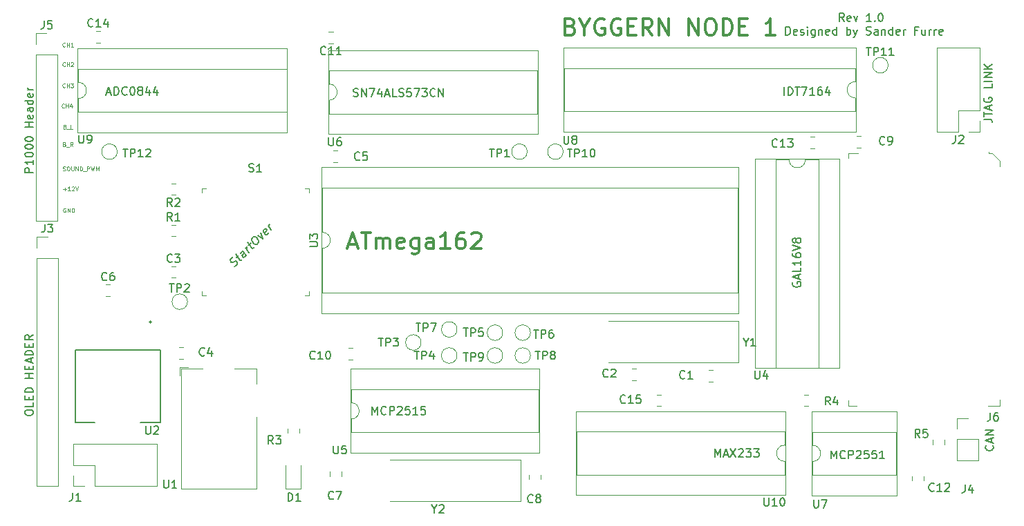
<source format=gbr>
G04 #@! TF.GenerationSoftware,KiCad,Pcbnew,(5.1.4)-1*
G04 #@! TF.CreationDate,2019-10-15T20:24:08+02:00*
G04 #@! TF.ProjectId,byggern,62796767-6572-46e2-9e6b-696361645f70,rev?*
G04 #@! TF.SameCoordinates,Original*
G04 #@! TF.FileFunction,Legend,Top*
G04 #@! TF.FilePolarity,Positive*
%FSLAX46Y46*%
G04 Gerber Fmt 4.6, Leading zero omitted, Abs format (unit mm)*
G04 Created by KiCad (PCBNEW (5.1.4)-1) date 2019-10-15 20:24:08*
%MOMM*%
%LPD*%
G04 APERTURE LIST*
%ADD10C,0.150000*%
%ADD11C,0.200000*%
%ADD12C,0.300000*%
%ADD13C,0.125000*%
%ADD14C,0.120000*%
%ADD15C,0.100000*%
%ADD16C,0.127000*%
G04 APERTURE END LIST*
D10*
X114953203Y-106059216D02*
X115083681Y-105996081D01*
X115252040Y-105827722D01*
X115289921Y-105722498D01*
X115294130Y-105650946D01*
X115268876Y-105541512D01*
X115209950Y-105465751D01*
X115117353Y-105423661D01*
X115054218Y-105419452D01*
X114957412Y-105448915D01*
X114793262Y-105545721D01*
X114696456Y-105575184D01*
X114633322Y-105570975D01*
X114540724Y-105528885D01*
X114481799Y-105453124D01*
X114456545Y-105343691D01*
X114460754Y-105272138D01*
X114498635Y-105166914D01*
X114666993Y-104998555D01*
X114797471Y-104935421D01*
X115176279Y-104960675D02*
X115445653Y-104691301D01*
X115071054Y-104594494D02*
X115601384Y-105276347D01*
X115693982Y-105318437D01*
X115790788Y-105288974D01*
X115858132Y-105221631D01*
X116396880Y-104682883D02*
X116072789Y-104266195D01*
X115980192Y-104224105D01*
X115883385Y-104253568D01*
X115748698Y-104388255D01*
X115710818Y-104493479D01*
X116367417Y-104645002D02*
X116329536Y-104750226D01*
X116161177Y-104918585D01*
X116064371Y-104948048D01*
X115971774Y-104905958D01*
X115912848Y-104830197D01*
X115887594Y-104720763D01*
X115925475Y-104615539D01*
X116093834Y-104447180D01*
X116131715Y-104341956D01*
X116733597Y-104346165D02*
X116321118Y-103815835D01*
X116438969Y-103967358D02*
X116413715Y-103857925D01*
X116417924Y-103786372D01*
X116455805Y-103681148D01*
X116523149Y-103613805D01*
X116657836Y-103479118D02*
X116927210Y-103209744D01*
X116552611Y-103112937D02*
X117082942Y-103794790D01*
X117175539Y-103836880D01*
X117272345Y-103807417D01*
X117339689Y-103740074D01*
X117091359Y-102574189D02*
X117226046Y-102439502D01*
X117322853Y-102410039D01*
X117449122Y-102418457D01*
X117600645Y-102536309D01*
X117806884Y-102801474D01*
X117891064Y-102986668D01*
X117882646Y-103129773D01*
X117844765Y-103234997D01*
X117710078Y-103369684D01*
X117613272Y-103399147D01*
X117487003Y-103390729D01*
X117335480Y-103272878D01*
X117129240Y-103007713D01*
X117045061Y-102822518D01*
X117053479Y-102679413D01*
X117091359Y-102574189D01*
X117836347Y-102300606D02*
X118417185Y-102662578D01*
X118173064Y-101963889D01*
X119094829Y-101917590D02*
X119056948Y-102022814D01*
X118922261Y-102157501D01*
X118825455Y-102186964D01*
X118732857Y-102144874D01*
X118497155Y-101841829D01*
X118471901Y-101732395D01*
X118509782Y-101627171D01*
X118644469Y-101492484D01*
X118741275Y-101463021D01*
X118833873Y-101505111D01*
X118892798Y-101580873D01*
X118615006Y-101993352D01*
X119461009Y-101618753D02*
X119048530Y-101088423D01*
X119166381Y-101239946D02*
X119141127Y-101130513D01*
X119145336Y-101058960D01*
X119183217Y-100953736D01*
X119250561Y-100886393D01*
D11*
X183340000Y-108028571D02*
X183292380Y-108123809D01*
X183292380Y-108266666D01*
X183340000Y-108409523D01*
X183435238Y-108504761D01*
X183530476Y-108552380D01*
X183720952Y-108600000D01*
X183863809Y-108600000D01*
X184054285Y-108552380D01*
X184149523Y-108504761D01*
X184244761Y-108409523D01*
X184292380Y-108266666D01*
X184292380Y-108171428D01*
X184244761Y-108028571D01*
X184197142Y-107980952D01*
X183863809Y-107980952D01*
X183863809Y-108171428D01*
X184006666Y-107600000D02*
X184006666Y-107123809D01*
X184292380Y-107695238D02*
X183292380Y-107361904D01*
X184292380Y-107028571D01*
X184292380Y-106219047D02*
X184292380Y-106695238D01*
X183292380Y-106695238D01*
X184292380Y-105361904D02*
X184292380Y-105933333D01*
X184292380Y-105647619D02*
X183292380Y-105647619D01*
X183435238Y-105742857D01*
X183530476Y-105838095D01*
X183578095Y-105933333D01*
X183292380Y-104504761D02*
X183292380Y-104695238D01*
X183340000Y-104790476D01*
X183387619Y-104838095D01*
X183530476Y-104933333D01*
X183720952Y-104980952D01*
X184101904Y-104980952D01*
X184197142Y-104933333D01*
X184244761Y-104885714D01*
X184292380Y-104790476D01*
X184292380Y-104600000D01*
X184244761Y-104504761D01*
X184197142Y-104457142D01*
X184101904Y-104409523D01*
X183863809Y-104409523D01*
X183768571Y-104457142D01*
X183720952Y-104504761D01*
X183673333Y-104600000D01*
X183673333Y-104790476D01*
X183720952Y-104885714D01*
X183768571Y-104933333D01*
X183863809Y-104980952D01*
X183292380Y-104123809D02*
X184292380Y-103790476D01*
X183292380Y-103457142D01*
X183720952Y-102980952D02*
X183673333Y-103076190D01*
X183625714Y-103123809D01*
X183530476Y-103171428D01*
X183482857Y-103171428D01*
X183387619Y-103123809D01*
X183340000Y-103076190D01*
X183292380Y-102980952D01*
X183292380Y-102790476D01*
X183340000Y-102695238D01*
X183387619Y-102647619D01*
X183482857Y-102600000D01*
X183530476Y-102600000D01*
X183625714Y-102647619D01*
X183673333Y-102695238D01*
X183720952Y-102790476D01*
X183720952Y-102980952D01*
X183768571Y-103076190D01*
X183816190Y-103123809D01*
X183911428Y-103171428D01*
X184101904Y-103171428D01*
X184197142Y-103123809D01*
X184244761Y-103076190D01*
X184292380Y-102980952D01*
X184292380Y-102790476D01*
X184244761Y-102695238D01*
X184197142Y-102647619D01*
X184101904Y-102600000D01*
X183911428Y-102600000D01*
X183816190Y-102647619D01*
X183768571Y-102695238D01*
X183720952Y-102790476D01*
X188001904Y-129652380D02*
X188001904Y-128652380D01*
X188335238Y-129366666D01*
X188668571Y-128652380D01*
X188668571Y-129652380D01*
X189716190Y-129557142D02*
X189668571Y-129604761D01*
X189525714Y-129652380D01*
X189430476Y-129652380D01*
X189287619Y-129604761D01*
X189192380Y-129509523D01*
X189144761Y-129414285D01*
X189097142Y-129223809D01*
X189097142Y-129080952D01*
X189144761Y-128890476D01*
X189192380Y-128795238D01*
X189287619Y-128700000D01*
X189430476Y-128652380D01*
X189525714Y-128652380D01*
X189668571Y-128700000D01*
X189716190Y-128747619D01*
X190144761Y-129652380D02*
X190144761Y-128652380D01*
X190525714Y-128652380D01*
X190620952Y-128700000D01*
X190668571Y-128747619D01*
X190716190Y-128842857D01*
X190716190Y-128985714D01*
X190668571Y-129080952D01*
X190620952Y-129128571D01*
X190525714Y-129176190D01*
X190144761Y-129176190D01*
X191097142Y-128747619D02*
X191144761Y-128700000D01*
X191240000Y-128652380D01*
X191478095Y-128652380D01*
X191573333Y-128700000D01*
X191620952Y-128747619D01*
X191668571Y-128842857D01*
X191668571Y-128938095D01*
X191620952Y-129080952D01*
X191049523Y-129652380D01*
X191668571Y-129652380D01*
X192573333Y-128652380D02*
X192097142Y-128652380D01*
X192049523Y-129128571D01*
X192097142Y-129080952D01*
X192192380Y-129033333D01*
X192430476Y-129033333D01*
X192525714Y-129080952D01*
X192573333Y-129128571D01*
X192620952Y-129223809D01*
X192620952Y-129461904D01*
X192573333Y-129557142D01*
X192525714Y-129604761D01*
X192430476Y-129652380D01*
X192192380Y-129652380D01*
X192097142Y-129604761D01*
X192049523Y-129557142D01*
X193525714Y-128652380D02*
X193049523Y-128652380D01*
X193001904Y-129128571D01*
X193049523Y-129080952D01*
X193144761Y-129033333D01*
X193382857Y-129033333D01*
X193478095Y-129080952D01*
X193525714Y-129128571D01*
X193573333Y-129223809D01*
X193573333Y-129461904D01*
X193525714Y-129557142D01*
X193478095Y-129604761D01*
X193382857Y-129652380D01*
X193144761Y-129652380D01*
X193049523Y-129604761D01*
X193001904Y-129557142D01*
X194525714Y-129652380D02*
X193954285Y-129652380D01*
X194240000Y-129652380D02*
X194240000Y-128652380D01*
X194144761Y-128795238D01*
X194049523Y-128890476D01*
X193954285Y-128938095D01*
X173773333Y-129452380D02*
X173773333Y-128452380D01*
X174106666Y-129166666D01*
X174440000Y-128452380D01*
X174440000Y-129452380D01*
X174868571Y-129166666D02*
X175344761Y-129166666D01*
X174773333Y-129452380D02*
X175106666Y-128452380D01*
X175440000Y-129452380D01*
X175678095Y-128452380D02*
X176344761Y-129452380D01*
X176344761Y-128452380D02*
X175678095Y-129452380D01*
X176678095Y-128547619D02*
X176725714Y-128500000D01*
X176820952Y-128452380D01*
X177059047Y-128452380D01*
X177154285Y-128500000D01*
X177201904Y-128547619D01*
X177249523Y-128642857D01*
X177249523Y-128738095D01*
X177201904Y-128880952D01*
X176630476Y-129452380D01*
X177249523Y-129452380D01*
X177582857Y-128452380D02*
X178201904Y-128452380D01*
X177868571Y-128833333D01*
X178011428Y-128833333D01*
X178106666Y-128880952D01*
X178154285Y-128928571D01*
X178201904Y-129023809D01*
X178201904Y-129261904D01*
X178154285Y-129357142D01*
X178106666Y-129404761D01*
X178011428Y-129452380D01*
X177725714Y-129452380D01*
X177630476Y-129404761D01*
X177582857Y-129357142D01*
X178535238Y-128452380D02*
X179154285Y-128452380D01*
X178820952Y-128833333D01*
X178963809Y-128833333D01*
X179059047Y-128880952D01*
X179106666Y-128928571D01*
X179154285Y-129023809D01*
X179154285Y-129261904D01*
X179106666Y-129357142D01*
X179059047Y-129404761D01*
X178963809Y-129452380D01*
X178678095Y-129452380D01*
X178582857Y-129404761D01*
X178535238Y-129357142D01*
X131801904Y-124252380D02*
X131801904Y-123252380D01*
X132135238Y-123966666D01*
X132468571Y-123252380D01*
X132468571Y-124252380D01*
X133516190Y-124157142D02*
X133468571Y-124204761D01*
X133325714Y-124252380D01*
X133230476Y-124252380D01*
X133087619Y-124204761D01*
X132992380Y-124109523D01*
X132944761Y-124014285D01*
X132897142Y-123823809D01*
X132897142Y-123680952D01*
X132944761Y-123490476D01*
X132992380Y-123395238D01*
X133087619Y-123300000D01*
X133230476Y-123252380D01*
X133325714Y-123252380D01*
X133468571Y-123300000D01*
X133516190Y-123347619D01*
X133944761Y-124252380D02*
X133944761Y-123252380D01*
X134325714Y-123252380D01*
X134420952Y-123300000D01*
X134468571Y-123347619D01*
X134516190Y-123442857D01*
X134516190Y-123585714D01*
X134468571Y-123680952D01*
X134420952Y-123728571D01*
X134325714Y-123776190D01*
X133944761Y-123776190D01*
X134897142Y-123347619D02*
X134944761Y-123300000D01*
X135040000Y-123252380D01*
X135278095Y-123252380D01*
X135373333Y-123300000D01*
X135420952Y-123347619D01*
X135468571Y-123442857D01*
X135468571Y-123538095D01*
X135420952Y-123680952D01*
X134849523Y-124252380D01*
X135468571Y-124252380D01*
X136373333Y-123252380D02*
X135897142Y-123252380D01*
X135849523Y-123728571D01*
X135897142Y-123680952D01*
X135992380Y-123633333D01*
X136230476Y-123633333D01*
X136325714Y-123680952D01*
X136373333Y-123728571D01*
X136420952Y-123823809D01*
X136420952Y-124061904D01*
X136373333Y-124157142D01*
X136325714Y-124204761D01*
X136230476Y-124252380D01*
X135992380Y-124252380D01*
X135897142Y-124204761D01*
X135849523Y-124157142D01*
X137373333Y-124252380D02*
X136801904Y-124252380D01*
X137087619Y-124252380D02*
X137087619Y-123252380D01*
X136992380Y-123395238D01*
X136897142Y-123490476D01*
X136801904Y-123538095D01*
X138278095Y-123252380D02*
X137801904Y-123252380D01*
X137754285Y-123728571D01*
X137801904Y-123680952D01*
X137897142Y-123633333D01*
X138135238Y-123633333D01*
X138230476Y-123680952D01*
X138278095Y-123728571D01*
X138325714Y-123823809D01*
X138325714Y-124061904D01*
X138278095Y-124157142D01*
X138230476Y-124204761D01*
X138135238Y-124252380D01*
X137897142Y-124252380D01*
X137801904Y-124204761D01*
X137754285Y-124157142D01*
X182254285Y-85052380D02*
X182254285Y-84052380D01*
X182730476Y-85052380D02*
X182730476Y-84052380D01*
X182968571Y-84052380D01*
X183111428Y-84100000D01*
X183206666Y-84195238D01*
X183254285Y-84290476D01*
X183301904Y-84480952D01*
X183301904Y-84623809D01*
X183254285Y-84814285D01*
X183206666Y-84909523D01*
X183111428Y-85004761D01*
X182968571Y-85052380D01*
X182730476Y-85052380D01*
X183587619Y-84052380D02*
X184159047Y-84052380D01*
X183873333Y-85052380D02*
X183873333Y-84052380D01*
X184397142Y-84052380D02*
X185063809Y-84052380D01*
X184635238Y-85052380D01*
X185968571Y-85052380D02*
X185397142Y-85052380D01*
X185682857Y-85052380D02*
X185682857Y-84052380D01*
X185587619Y-84195238D01*
X185492380Y-84290476D01*
X185397142Y-84338095D01*
X186825714Y-84052380D02*
X186635238Y-84052380D01*
X186540000Y-84100000D01*
X186492380Y-84147619D01*
X186397142Y-84290476D01*
X186349523Y-84480952D01*
X186349523Y-84861904D01*
X186397142Y-84957142D01*
X186444761Y-85004761D01*
X186540000Y-85052380D01*
X186730476Y-85052380D01*
X186825714Y-85004761D01*
X186873333Y-84957142D01*
X186920952Y-84861904D01*
X186920952Y-84623809D01*
X186873333Y-84528571D01*
X186825714Y-84480952D01*
X186730476Y-84433333D01*
X186540000Y-84433333D01*
X186444761Y-84480952D01*
X186397142Y-84528571D01*
X186349523Y-84623809D01*
X187778095Y-84385714D02*
X187778095Y-85052380D01*
X187540000Y-84004761D02*
X187301904Y-84719047D01*
X187920952Y-84719047D01*
X129516190Y-85204761D02*
X129659047Y-85252380D01*
X129897142Y-85252380D01*
X129992380Y-85204761D01*
X130040000Y-85157142D01*
X130087619Y-85061904D01*
X130087619Y-84966666D01*
X130040000Y-84871428D01*
X129992380Y-84823809D01*
X129897142Y-84776190D01*
X129706666Y-84728571D01*
X129611428Y-84680952D01*
X129563809Y-84633333D01*
X129516190Y-84538095D01*
X129516190Y-84442857D01*
X129563809Y-84347619D01*
X129611428Y-84300000D01*
X129706666Y-84252380D01*
X129944761Y-84252380D01*
X130087619Y-84300000D01*
X130516190Y-85252380D02*
X130516190Y-84252380D01*
X131087619Y-85252380D01*
X131087619Y-84252380D01*
X131468571Y-84252380D02*
X132135238Y-84252380D01*
X131706666Y-85252380D01*
X132944761Y-84585714D02*
X132944761Y-85252380D01*
X132706666Y-84204761D02*
X132468571Y-84919047D01*
X133087619Y-84919047D01*
X133420952Y-84966666D02*
X133897142Y-84966666D01*
X133325714Y-85252380D02*
X133659047Y-84252380D01*
X133992380Y-85252380D01*
X134801904Y-85252380D02*
X134325714Y-85252380D01*
X134325714Y-84252380D01*
X135087619Y-85204761D02*
X135230476Y-85252380D01*
X135468571Y-85252380D01*
X135563809Y-85204761D01*
X135611428Y-85157142D01*
X135659047Y-85061904D01*
X135659047Y-84966666D01*
X135611428Y-84871428D01*
X135563809Y-84823809D01*
X135468571Y-84776190D01*
X135278095Y-84728571D01*
X135182857Y-84680952D01*
X135135238Y-84633333D01*
X135087619Y-84538095D01*
X135087619Y-84442857D01*
X135135238Y-84347619D01*
X135182857Y-84300000D01*
X135278095Y-84252380D01*
X135516190Y-84252380D01*
X135659047Y-84300000D01*
X136563809Y-84252380D02*
X136087619Y-84252380D01*
X136040000Y-84728571D01*
X136087619Y-84680952D01*
X136182857Y-84633333D01*
X136420952Y-84633333D01*
X136516190Y-84680952D01*
X136563809Y-84728571D01*
X136611428Y-84823809D01*
X136611428Y-85061904D01*
X136563809Y-85157142D01*
X136516190Y-85204761D01*
X136420952Y-85252380D01*
X136182857Y-85252380D01*
X136087619Y-85204761D01*
X136040000Y-85157142D01*
X136944761Y-84252380D02*
X137611428Y-84252380D01*
X137182857Y-85252380D01*
X137897142Y-84252380D02*
X138516190Y-84252380D01*
X138182857Y-84633333D01*
X138325714Y-84633333D01*
X138420952Y-84680952D01*
X138468571Y-84728571D01*
X138516190Y-84823809D01*
X138516190Y-85061904D01*
X138468571Y-85157142D01*
X138420952Y-85204761D01*
X138325714Y-85252380D01*
X138040000Y-85252380D01*
X137944761Y-85204761D01*
X137897142Y-85157142D01*
X139516190Y-85157142D02*
X139468571Y-85204761D01*
X139325714Y-85252380D01*
X139230476Y-85252380D01*
X139087619Y-85204761D01*
X138992380Y-85109523D01*
X138944761Y-85014285D01*
X138897142Y-84823809D01*
X138897142Y-84680952D01*
X138944761Y-84490476D01*
X138992380Y-84395238D01*
X139087619Y-84300000D01*
X139230476Y-84252380D01*
X139325714Y-84252380D01*
X139468571Y-84300000D01*
X139516190Y-84347619D01*
X139944761Y-85252380D02*
X139944761Y-84252380D01*
X140516190Y-85252380D01*
X140516190Y-84252380D01*
X99297142Y-84766666D02*
X99773333Y-84766666D01*
X99201904Y-85052380D02*
X99535238Y-84052380D01*
X99868571Y-85052380D01*
X100201904Y-85052380D02*
X100201904Y-84052380D01*
X100440000Y-84052380D01*
X100582857Y-84100000D01*
X100678095Y-84195238D01*
X100725714Y-84290476D01*
X100773333Y-84480952D01*
X100773333Y-84623809D01*
X100725714Y-84814285D01*
X100678095Y-84909523D01*
X100582857Y-85004761D01*
X100440000Y-85052380D01*
X100201904Y-85052380D01*
X101773333Y-84957142D02*
X101725714Y-85004761D01*
X101582857Y-85052380D01*
X101487619Y-85052380D01*
X101344761Y-85004761D01*
X101249523Y-84909523D01*
X101201904Y-84814285D01*
X101154285Y-84623809D01*
X101154285Y-84480952D01*
X101201904Y-84290476D01*
X101249523Y-84195238D01*
X101344761Y-84100000D01*
X101487619Y-84052380D01*
X101582857Y-84052380D01*
X101725714Y-84100000D01*
X101773333Y-84147619D01*
X102392380Y-84052380D02*
X102487619Y-84052380D01*
X102582857Y-84100000D01*
X102630476Y-84147619D01*
X102678095Y-84242857D01*
X102725714Y-84433333D01*
X102725714Y-84671428D01*
X102678095Y-84861904D01*
X102630476Y-84957142D01*
X102582857Y-85004761D01*
X102487619Y-85052380D01*
X102392380Y-85052380D01*
X102297142Y-85004761D01*
X102249523Y-84957142D01*
X102201904Y-84861904D01*
X102154285Y-84671428D01*
X102154285Y-84433333D01*
X102201904Y-84242857D01*
X102249523Y-84147619D01*
X102297142Y-84100000D01*
X102392380Y-84052380D01*
X103297142Y-84480952D02*
X103201904Y-84433333D01*
X103154285Y-84385714D01*
X103106666Y-84290476D01*
X103106666Y-84242857D01*
X103154285Y-84147619D01*
X103201904Y-84100000D01*
X103297142Y-84052380D01*
X103487619Y-84052380D01*
X103582857Y-84100000D01*
X103630476Y-84147619D01*
X103678095Y-84242857D01*
X103678095Y-84290476D01*
X103630476Y-84385714D01*
X103582857Y-84433333D01*
X103487619Y-84480952D01*
X103297142Y-84480952D01*
X103201904Y-84528571D01*
X103154285Y-84576190D01*
X103106666Y-84671428D01*
X103106666Y-84861904D01*
X103154285Y-84957142D01*
X103201904Y-85004761D01*
X103297142Y-85052380D01*
X103487619Y-85052380D01*
X103582857Y-85004761D01*
X103630476Y-84957142D01*
X103678095Y-84861904D01*
X103678095Y-84671428D01*
X103630476Y-84576190D01*
X103582857Y-84528571D01*
X103487619Y-84480952D01*
X104535238Y-84385714D02*
X104535238Y-85052380D01*
X104297142Y-84004761D02*
X104059047Y-84719047D01*
X104678095Y-84719047D01*
X105487619Y-84385714D02*
X105487619Y-85052380D01*
X105249523Y-84004761D02*
X105011428Y-84719047D01*
X105630476Y-84719047D01*
D12*
X128944761Y-103333333D02*
X129897142Y-103333333D01*
X128754285Y-103904761D02*
X129420952Y-101904761D01*
X130087619Y-103904761D01*
X130468571Y-101904761D02*
X131611428Y-101904761D01*
X131040000Y-103904761D02*
X131040000Y-101904761D01*
X132278095Y-103904761D02*
X132278095Y-102571428D01*
X132278095Y-102761904D02*
X132373333Y-102666666D01*
X132563809Y-102571428D01*
X132849523Y-102571428D01*
X133040000Y-102666666D01*
X133135238Y-102857142D01*
X133135238Y-103904761D01*
X133135238Y-102857142D02*
X133230476Y-102666666D01*
X133420952Y-102571428D01*
X133706666Y-102571428D01*
X133897142Y-102666666D01*
X133992380Y-102857142D01*
X133992380Y-103904761D01*
X135706666Y-103809523D02*
X135516190Y-103904761D01*
X135135238Y-103904761D01*
X134944761Y-103809523D01*
X134849523Y-103619047D01*
X134849523Y-102857142D01*
X134944761Y-102666666D01*
X135135238Y-102571428D01*
X135516190Y-102571428D01*
X135706666Y-102666666D01*
X135801904Y-102857142D01*
X135801904Y-103047619D01*
X134849523Y-103238095D01*
X137516190Y-102571428D02*
X137516190Y-104190476D01*
X137420952Y-104380952D01*
X137325714Y-104476190D01*
X137135238Y-104571428D01*
X136849523Y-104571428D01*
X136659047Y-104476190D01*
X137516190Y-103809523D02*
X137325714Y-103904761D01*
X136944761Y-103904761D01*
X136754285Y-103809523D01*
X136659047Y-103714285D01*
X136563809Y-103523809D01*
X136563809Y-102952380D01*
X136659047Y-102761904D01*
X136754285Y-102666666D01*
X136944761Y-102571428D01*
X137325714Y-102571428D01*
X137516190Y-102666666D01*
X139325714Y-103904761D02*
X139325714Y-102857142D01*
X139230476Y-102666666D01*
X139040000Y-102571428D01*
X138659047Y-102571428D01*
X138468571Y-102666666D01*
X139325714Y-103809523D02*
X139135238Y-103904761D01*
X138659047Y-103904761D01*
X138468571Y-103809523D01*
X138373333Y-103619047D01*
X138373333Y-103428571D01*
X138468571Y-103238095D01*
X138659047Y-103142857D01*
X139135238Y-103142857D01*
X139325714Y-103047619D01*
X141325714Y-103904761D02*
X140182857Y-103904761D01*
X140754285Y-103904761D02*
X140754285Y-101904761D01*
X140563809Y-102190476D01*
X140373333Y-102380952D01*
X140182857Y-102476190D01*
X143040000Y-101904761D02*
X142659047Y-101904761D01*
X142468571Y-102000000D01*
X142373333Y-102095238D01*
X142182857Y-102380952D01*
X142087619Y-102761904D01*
X142087619Y-103523809D01*
X142182857Y-103714285D01*
X142278095Y-103809523D01*
X142468571Y-103904761D01*
X142849523Y-103904761D01*
X143040000Y-103809523D01*
X143135238Y-103714285D01*
X143230476Y-103523809D01*
X143230476Y-103047619D01*
X143135238Y-102857142D01*
X143040000Y-102761904D01*
X142849523Y-102666666D01*
X142468571Y-102666666D01*
X142278095Y-102761904D01*
X142182857Y-102857142D01*
X142087619Y-103047619D01*
X143992380Y-102095238D02*
X144087619Y-102000000D01*
X144278095Y-101904761D01*
X144754285Y-101904761D01*
X144944761Y-102000000D01*
X145040000Y-102095238D01*
X145135238Y-102285714D01*
X145135238Y-102476190D01*
X145040000Y-102761904D01*
X143897142Y-103904761D01*
X145135238Y-103904761D01*
X156097142Y-76657142D02*
X156382857Y-76752380D01*
X156478095Y-76847619D01*
X156573333Y-77038095D01*
X156573333Y-77323809D01*
X156478095Y-77514285D01*
X156382857Y-77609523D01*
X156192380Y-77704761D01*
X155430476Y-77704761D01*
X155430476Y-75704761D01*
X156097142Y-75704761D01*
X156287619Y-75800000D01*
X156382857Y-75895238D01*
X156478095Y-76085714D01*
X156478095Y-76276190D01*
X156382857Y-76466666D01*
X156287619Y-76561904D01*
X156097142Y-76657142D01*
X155430476Y-76657142D01*
X157811428Y-76752380D02*
X157811428Y-77704761D01*
X157144761Y-75704761D02*
X157811428Y-76752380D01*
X158478095Y-75704761D01*
X160192380Y-75800000D02*
X160001904Y-75704761D01*
X159716190Y-75704761D01*
X159430476Y-75800000D01*
X159240000Y-75990476D01*
X159144761Y-76180952D01*
X159049523Y-76561904D01*
X159049523Y-76847619D01*
X159144761Y-77228571D01*
X159240000Y-77419047D01*
X159430476Y-77609523D01*
X159716190Y-77704761D01*
X159906666Y-77704761D01*
X160192380Y-77609523D01*
X160287619Y-77514285D01*
X160287619Y-76847619D01*
X159906666Y-76847619D01*
X162192380Y-75800000D02*
X162001904Y-75704761D01*
X161716190Y-75704761D01*
X161430476Y-75800000D01*
X161240000Y-75990476D01*
X161144761Y-76180952D01*
X161049523Y-76561904D01*
X161049523Y-76847619D01*
X161144761Y-77228571D01*
X161240000Y-77419047D01*
X161430476Y-77609523D01*
X161716190Y-77704761D01*
X161906666Y-77704761D01*
X162192380Y-77609523D01*
X162287619Y-77514285D01*
X162287619Y-76847619D01*
X161906666Y-76847619D01*
X163144761Y-76657142D02*
X163811428Y-76657142D01*
X164097142Y-77704761D02*
X163144761Y-77704761D01*
X163144761Y-75704761D01*
X164097142Y-75704761D01*
X166097142Y-77704761D02*
X165430476Y-76752380D01*
X164954285Y-77704761D02*
X164954285Y-75704761D01*
X165716190Y-75704761D01*
X165906666Y-75800000D01*
X166001904Y-75895238D01*
X166097142Y-76085714D01*
X166097142Y-76371428D01*
X166001904Y-76561904D01*
X165906666Y-76657142D01*
X165716190Y-76752380D01*
X164954285Y-76752380D01*
X166954285Y-77704761D02*
X166954285Y-75704761D01*
X168097142Y-77704761D01*
X168097142Y-75704761D01*
X170573333Y-77704761D02*
X170573333Y-75704761D01*
X171716190Y-77704761D01*
X171716190Y-75704761D01*
X173049523Y-75704761D02*
X173430476Y-75704761D01*
X173620952Y-75800000D01*
X173811428Y-75990476D01*
X173906666Y-76371428D01*
X173906666Y-77038095D01*
X173811428Y-77419047D01*
X173620952Y-77609523D01*
X173430476Y-77704761D01*
X173049523Y-77704761D01*
X172859047Y-77609523D01*
X172668571Y-77419047D01*
X172573333Y-77038095D01*
X172573333Y-76371428D01*
X172668571Y-75990476D01*
X172859047Y-75800000D01*
X173049523Y-75704761D01*
X174763809Y-77704761D02*
X174763809Y-75704761D01*
X175239999Y-75704761D01*
X175525714Y-75800000D01*
X175716190Y-75990476D01*
X175811428Y-76180952D01*
X175906666Y-76561904D01*
X175906666Y-76847619D01*
X175811428Y-77228571D01*
X175716190Y-77419047D01*
X175525714Y-77609523D01*
X175239999Y-77704761D01*
X174763809Y-77704761D01*
X176763809Y-76657142D02*
X177430476Y-76657142D01*
X177716190Y-77704761D02*
X176763809Y-77704761D01*
X176763809Y-75704761D01*
X177716190Y-75704761D01*
X181144761Y-77704761D02*
X180001904Y-77704761D01*
X180573333Y-77704761D02*
X180573333Y-75704761D01*
X180382857Y-75990476D01*
X180192380Y-76180952D01*
X180001904Y-76276190D01*
D10*
X189587619Y-76027380D02*
X189254285Y-75551190D01*
X189016190Y-76027380D02*
X189016190Y-75027380D01*
X189397142Y-75027380D01*
X189492380Y-75075000D01*
X189540000Y-75122619D01*
X189587619Y-75217857D01*
X189587619Y-75360714D01*
X189540000Y-75455952D01*
X189492380Y-75503571D01*
X189397142Y-75551190D01*
X189016190Y-75551190D01*
X190397142Y-75979761D02*
X190301904Y-76027380D01*
X190111428Y-76027380D01*
X190016190Y-75979761D01*
X189968571Y-75884523D01*
X189968571Y-75503571D01*
X190016190Y-75408333D01*
X190111428Y-75360714D01*
X190301904Y-75360714D01*
X190397142Y-75408333D01*
X190444761Y-75503571D01*
X190444761Y-75598809D01*
X189968571Y-75694047D01*
X190778095Y-75360714D02*
X191016190Y-76027380D01*
X191254285Y-75360714D01*
X192920952Y-76027380D02*
X192349523Y-76027380D01*
X192635238Y-76027380D02*
X192635238Y-75027380D01*
X192540000Y-75170238D01*
X192444761Y-75265476D01*
X192349523Y-75313095D01*
X193349523Y-75932142D02*
X193397142Y-75979761D01*
X193349523Y-76027380D01*
X193301904Y-75979761D01*
X193349523Y-75932142D01*
X193349523Y-76027380D01*
X194016190Y-75027380D02*
X194111428Y-75027380D01*
X194206666Y-75075000D01*
X194254285Y-75122619D01*
X194301904Y-75217857D01*
X194349523Y-75408333D01*
X194349523Y-75646428D01*
X194301904Y-75836904D01*
X194254285Y-75932142D01*
X194206666Y-75979761D01*
X194111428Y-76027380D01*
X194016190Y-76027380D01*
X193920952Y-75979761D01*
X193873333Y-75932142D01*
X193825714Y-75836904D01*
X193778095Y-75646428D01*
X193778095Y-75408333D01*
X193825714Y-75217857D01*
X193873333Y-75122619D01*
X193920952Y-75075000D01*
X194016190Y-75027380D01*
X182444761Y-77677380D02*
X182444761Y-76677380D01*
X182682857Y-76677380D01*
X182825714Y-76725000D01*
X182920952Y-76820238D01*
X182968571Y-76915476D01*
X183016190Y-77105952D01*
X183016190Y-77248809D01*
X182968571Y-77439285D01*
X182920952Y-77534523D01*
X182825714Y-77629761D01*
X182682857Y-77677380D01*
X182444761Y-77677380D01*
X183825714Y-77629761D02*
X183730476Y-77677380D01*
X183540000Y-77677380D01*
X183444761Y-77629761D01*
X183397142Y-77534523D01*
X183397142Y-77153571D01*
X183444761Y-77058333D01*
X183540000Y-77010714D01*
X183730476Y-77010714D01*
X183825714Y-77058333D01*
X183873333Y-77153571D01*
X183873333Y-77248809D01*
X183397142Y-77344047D01*
X184254285Y-77629761D02*
X184349523Y-77677380D01*
X184540000Y-77677380D01*
X184635238Y-77629761D01*
X184682857Y-77534523D01*
X184682857Y-77486904D01*
X184635238Y-77391666D01*
X184540000Y-77344047D01*
X184397142Y-77344047D01*
X184301904Y-77296428D01*
X184254285Y-77201190D01*
X184254285Y-77153571D01*
X184301904Y-77058333D01*
X184397142Y-77010714D01*
X184540000Y-77010714D01*
X184635238Y-77058333D01*
X185111428Y-77677380D02*
X185111428Y-77010714D01*
X185111428Y-76677380D02*
X185063809Y-76725000D01*
X185111428Y-76772619D01*
X185159047Y-76725000D01*
X185111428Y-76677380D01*
X185111428Y-76772619D01*
X186016190Y-77010714D02*
X186016190Y-77820238D01*
X185968571Y-77915476D01*
X185920952Y-77963095D01*
X185825714Y-78010714D01*
X185682857Y-78010714D01*
X185587619Y-77963095D01*
X186016190Y-77629761D02*
X185920952Y-77677380D01*
X185730476Y-77677380D01*
X185635238Y-77629761D01*
X185587619Y-77582142D01*
X185540000Y-77486904D01*
X185540000Y-77201190D01*
X185587619Y-77105952D01*
X185635238Y-77058333D01*
X185730476Y-77010714D01*
X185920952Y-77010714D01*
X186016190Y-77058333D01*
X186492380Y-77010714D02*
X186492380Y-77677380D01*
X186492380Y-77105952D02*
X186540000Y-77058333D01*
X186635238Y-77010714D01*
X186778095Y-77010714D01*
X186873333Y-77058333D01*
X186920952Y-77153571D01*
X186920952Y-77677380D01*
X187778095Y-77629761D02*
X187682857Y-77677380D01*
X187492380Y-77677380D01*
X187397142Y-77629761D01*
X187349523Y-77534523D01*
X187349523Y-77153571D01*
X187397142Y-77058333D01*
X187492380Y-77010714D01*
X187682857Y-77010714D01*
X187778095Y-77058333D01*
X187825714Y-77153571D01*
X187825714Y-77248809D01*
X187349523Y-77344047D01*
X188682857Y-77677380D02*
X188682857Y-76677380D01*
X188682857Y-77629761D02*
X188587619Y-77677380D01*
X188397142Y-77677380D01*
X188301904Y-77629761D01*
X188254285Y-77582142D01*
X188206666Y-77486904D01*
X188206666Y-77201190D01*
X188254285Y-77105952D01*
X188301904Y-77058333D01*
X188397142Y-77010714D01*
X188587619Y-77010714D01*
X188682857Y-77058333D01*
X189920952Y-77677380D02*
X189920952Y-76677380D01*
X189920952Y-77058333D02*
X190016190Y-77010714D01*
X190206666Y-77010714D01*
X190301904Y-77058333D01*
X190349523Y-77105952D01*
X190397142Y-77201190D01*
X190397142Y-77486904D01*
X190349523Y-77582142D01*
X190301904Y-77629761D01*
X190206666Y-77677380D01*
X190016190Y-77677380D01*
X189920952Y-77629761D01*
X190730476Y-77010714D02*
X190968571Y-77677380D01*
X191206666Y-77010714D02*
X190968571Y-77677380D01*
X190873333Y-77915476D01*
X190825714Y-77963095D01*
X190730476Y-78010714D01*
X192301904Y-77629761D02*
X192444761Y-77677380D01*
X192682857Y-77677380D01*
X192778095Y-77629761D01*
X192825714Y-77582142D01*
X192873333Y-77486904D01*
X192873333Y-77391666D01*
X192825714Y-77296428D01*
X192778095Y-77248809D01*
X192682857Y-77201190D01*
X192492380Y-77153571D01*
X192397142Y-77105952D01*
X192349523Y-77058333D01*
X192301904Y-76963095D01*
X192301904Y-76867857D01*
X192349523Y-76772619D01*
X192397142Y-76725000D01*
X192492380Y-76677380D01*
X192730476Y-76677380D01*
X192873333Y-76725000D01*
X193730476Y-77677380D02*
X193730476Y-77153571D01*
X193682857Y-77058333D01*
X193587619Y-77010714D01*
X193397142Y-77010714D01*
X193301904Y-77058333D01*
X193730476Y-77629761D02*
X193635238Y-77677380D01*
X193397142Y-77677380D01*
X193301904Y-77629761D01*
X193254285Y-77534523D01*
X193254285Y-77439285D01*
X193301904Y-77344047D01*
X193397142Y-77296428D01*
X193635238Y-77296428D01*
X193730476Y-77248809D01*
X194206666Y-77010714D02*
X194206666Y-77677380D01*
X194206666Y-77105952D02*
X194254285Y-77058333D01*
X194349523Y-77010714D01*
X194492380Y-77010714D01*
X194587619Y-77058333D01*
X194635238Y-77153571D01*
X194635238Y-77677380D01*
X195540000Y-77677380D02*
X195540000Y-76677380D01*
X195540000Y-77629761D02*
X195444761Y-77677380D01*
X195254285Y-77677380D01*
X195159047Y-77629761D01*
X195111428Y-77582142D01*
X195063809Y-77486904D01*
X195063809Y-77201190D01*
X195111428Y-77105952D01*
X195159047Y-77058333D01*
X195254285Y-77010714D01*
X195444761Y-77010714D01*
X195540000Y-77058333D01*
X196397142Y-77629761D02*
X196301904Y-77677380D01*
X196111428Y-77677380D01*
X196016190Y-77629761D01*
X195968571Y-77534523D01*
X195968571Y-77153571D01*
X196016190Y-77058333D01*
X196111428Y-77010714D01*
X196301904Y-77010714D01*
X196397142Y-77058333D01*
X196444761Y-77153571D01*
X196444761Y-77248809D01*
X195968571Y-77344047D01*
X196873333Y-77677380D02*
X196873333Y-77010714D01*
X196873333Y-77201190D02*
X196920952Y-77105952D01*
X196968571Y-77058333D01*
X197063809Y-77010714D01*
X197159047Y-77010714D01*
X198587619Y-77153571D02*
X198254285Y-77153571D01*
X198254285Y-77677380D02*
X198254285Y-76677380D01*
X198730476Y-76677380D01*
X199540000Y-77010714D02*
X199540000Y-77677380D01*
X199111428Y-77010714D02*
X199111428Y-77534523D01*
X199159047Y-77629761D01*
X199254285Y-77677380D01*
X199397142Y-77677380D01*
X199492380Y-77629761D01*
X199540000Y-77582142D01*
X200016190Y-77677380D02*
X200016190Y-77010714D01*
X200016190Y-77201190D02*
X200063809Y-77105952D01*
X200111428Y-77058333D01*
X200206666Y-77010714D01*
X200301904Y-77010714D01*
X200635238Y-77677380D02*
X200635238Y-77010714D01*
X200635238Y-77201190D02*
X200682857Y-77105952D01*
X200730476Y-77058333D01*
X200825714Y-77010714D01*
X200920952Y-77010714D01*
X201635238Y-77629761D02*
X201540000Y-77677380D01*
X201349523Y-77677380D01*
X201254285Y-77629761D01*
X201206666Y-77534523D01*
X201206666Y-77153571D01*
X201254285Y-77058333D01*
X201349523Y-77010714D01*
X201540000Y-77010714D01*
X201635238Y-77058333D01*
X201682857Y-77153571D01*
X201682857Y-77248809D01*
X201206666Y-77344047D01*
X206692380Y-88014285D02*
X207406666Y-88014285D01*
X207549523Y-88061904D01*
X207644761Y-88157142D01*
X207692380Y-88300000D01*
X207692380Y-88395238D01*
X206692380Y-87680952D02*
X206692380Y-87109523D01*
X207692380Y-87395238D02*
X206692380Y-87395238D01*
X207406666Y-86823809D02*
X207406666Y-86347619D01*
X207692380Y-86919047D02*
X206692380Y-86585714D01*
X207692380Y-86252380D01*
X206740000Y-85395238D02*
X206692380Y-85490476D01*
X206692380Y-85633333D01*
X206740000Y-85776190D01*
X206835238Y-85871428D01*
X206930476Y-85919047D01*
X207120952Y-85966666D01*
X207263809Y-85966666D01*
X207454285Y-85919047D01*
X207549523Y-85871428D01*
X207644761Y-85776190D01*
X207692380Y-85633333D01*
X207692380Y-85538095D01*
X207644761Y-85395238D01*
X207597142Y-85347619D01*
X207263809Y-85347619D01*
X207263809Y-85538095D01*
X207692380Y-83680952D02*
X207692380Y-84157142D01*
X206692380Y-84157142D01*
X207692380Y-83347619D02*
X206692380Y-83347619D01*
X207692380Y-82871428D02*
X206692380Y-82871428D01*
X207692380Y-82300000D01*
X206692380Y-82300000D01*
X207692380Y-81823809D02*
X206692380Y-81823809D01*
X207692380Y-81252380D02*
X207120952Y-81680952D01*
X206692380Y-81252380D02*
X207263809Y-81823809D01*
X207797142Y-128042857D02*
X207844761Y-128090476D01*
X207892380Y-128233333D01*
X207892380Y-128328571D01*
X207844761Y-128471428D01*
X207749523Y-128566666D01*
X207654285Y-128614285D01*
X207463809Y-128661904D01*
X207320952Y-128661904D01*
X207130476Y-128614285D01*
X207035238Y-128566666D01*
X206940000Y-128471428D01*
X206892380Y-128328571D01*
X206892380Y-128233333D01*
X206940000Y-128090476D01*
X206987619Y-128042857D01*
X207606666Y-127661904D02*
X207606666Y-127185714D01*
X207892380Y-127757142D02*
X206892380Y-127423809D01*
X207892380Y-127090476D01*
X207892380Y-126757142D02*
X206892380Y-126757142D01*
X207892380Y-126185714D01*
X206892380Y-126185714D01*
X89292380Y-124090476D02*
X89292380Y-123900000D01*
X89340000Y-123804761D01*
X89435238Y-123709523D01*
X89625714Y-123661904D01*
X89959047Y-123661904D01*
X90149523Y-123709523D01*
X90244761Y-123804761D01*
X90292380Y-123900000D01*
X90292380Y-124090476D01*
X90244761Y-124185714D01*
X90149523Y-124280952D01*
X89959047Y-124328571D01*
X89625714Y-124328571D01*
X89435238Y-124280952D01*
X89340000Y-124185714D01*
X89292380Y-124090476D01*
X90292380Y-122757142D02*
X90292380Y-123233333D01*
X89292380Y-123233333D01*
X89768571Y-122423809D02*
X89768571Y-122090476D01*
X90292380Y-121947619D02*
X90292380Y-122423809D01*
X89292380Y-122423809D01*
X89292380Y-121947619D01*
X90292380Y-121519047D02*
X89292380Y-121519047D01*
X89292380Y-121280952D01*
X89340000Y-121138095D01*
X89435238Y-121042857D01*
X89530476Y-120995238D01*
X89720952Y-120947619D01*
X89863809Y-120947619D01*
X90054285Y-120995238D01*
X90149523Y-121042857D01*
X90244761Y-121138095D01*
X90292380Y-121280952D01*
X90292380Y-121519047D01*
X90292380Y-119757142D02*
X89292380Y-119757142D01*
X89768571Y-119757142D02*
X89768571Y-119185714D01*
X90292380Y-119185714D02*
X89292380Y-119185714D01*
X89768571Y-118709523D02*
X89768571Y-118376190D01*
X90292380Y-118233333D02*
X90292380Y-118709523D01*
X89292380Y-118709523D01*
X89292380Y-118233333D01*
X90006666Y-117852380D02*
X90006666Y-117376190D01*
X90292380Y-117947619D02*
X89292380Y-117614285D01*
X90292380Y-117280952D01*
X90292380Y-116947619D02*
X89292380Y-116947619D01*
X89292380Y-116709523D01*
X89340000Y-116566666D01*
X89435238Y-116471428D01*
X89530476Y-116423809D01*
X89720952Y-116376190D01*
X89863809Y-116376190D01*
X90054285Y-116423809D01*
X90149523Y-116471428D01*
X90244761Y-116566666D01*
X90292380Y-116709523D01*
X90292380Y-116947619D01*
X89768571Y-115947619D02*
X89768571Y-115614285D01*
X90292380Y-115471428D02*
X90292380Y-115947619D01*
X89292380Y-115947619D01*
X89292380Y-115471428D01*
X90292380Y-114471428D02*
X89816190Y-114804761D01*
X90292380Y-115042857D02*
X89292380Y-115042857D01*
X89292380Y-114661904D01*
X89340000Y-114566666D01*
X89387619Y-114519047D01*
X89482857Y-114471428D01*
X89625714Y-114471428D01*
X89720952Y-114519047D01*
X89768571Y-114566666D01*
X89816190Y-114661904D01*
X89816190Y-115042857D01*
X90292380Y-94542857D02*
X89292380Y-94542857D01*
X89292380Y-94161904D01*
X89340000Y-94066666D01*
X89387619Y-94019047D01*
X89482857Y-93971428D01*
X89625714Y-93971428D01*
X89720952Y-94019047D01*
X89768571Y-94066666D01*
X89816190Y-94161904D01*
X89816190Y-94542857D01*
X90292380Y-93019047D02*
X90292380Y-93590476D01*
X90292380Y-93304761D02*
X89292380Y-93304761D01*
X89435238Y-93400000D01*
X89530476Y-93495238D01*
X89578095Y-93590476D01*
X89292380Y-92400000D02*
X89292380Y-92304761D01*
X89340000Y-92209523D01*
X89387619Y-92161904D01*
X89482857Y-92114285D01*
X89673333Y-92066666D01*
X89911428Y-92066666D01*
X90101904Y-92114285D01*
X90197142Y-92161904D01*
X90244761Y-92209523D01*
X90292380Y-92304761D01*
X90292380Y-92400000D01*
X90244761Y-92495238D01*
X90197142Y-92542857D01*
X90101904Y-92590476D01*
X89911428Y-92638095D01*
X89673333Y-92638095D01*
X89482857Y-92590476D01*
X89387619Y-92542857D01*
X89340000Y-92495238D01*
X89292380Y-92400000D01*
X89292380Y-91447619D02*
X89292380Y-91352380D01*
X89340000Y-91257142D01*
X89387619Y-91209523D01*
X89482857Y-91161904D01*
X89673333Y-91114285D01*
X89911428Y-91114285D01*
X90101904Y-91161904D01*
X90197142Y-91209523D01*
X90244761Y-91257142D01*
X90292380Y-91352380D01*
X90292380Y-91447619D01*
X90244761Y-91542857D01*
X90197142Y-91590476D01*
X90101904Y-91638095D01*
X89911428Y-91685714D01*
X89673333Y-91685714D01*
X89482857Y-91638095D01*
X89387619Y-91590476D01*
X89340000Y-91542857D01*
X89292380Y-91447619D01*
X89292380Y-90495238D02*
X89292380Y-90400000D01*
X89340000Y-90304761D01*
X89387619Y-90257142D01*
X89482857Y-90209523D01*
X89673333Y-90161904D01*
X89911428Y-90161904D01*
X90101904Y-90209523D01*
X90197142Y-90257142D01*
X90244761Y-90304761D01*
X90292380Y-90400000D01*
X90292380Y-90495238D01*
X90244761Y-90590476D01*
X90197142Y-90638095D01*
X90101904Y-90685714D01*
X89911428Y-90733333D01*
X89673333Y-90733333D01*
X89482857Y-90685714D01*
X89387619Y-90638095D01*
X89340000Y-90590476D01*
X89292380Y-90495238D01*
X90292380Y-88971428D02*
X89292380Y-88971428D01*
X89768571Y-88971428D02*
X89768571Y-88400000D01*
X90292380Y-88400000D02*
X89292380Y-88400000D01*
X90244761Y-87542857D02*
X90292380Y-87638095D01*
X90292380Y-87828571D01*
X90244761Y-87923809D01*
X90149523Y-87971428D01*
X89768571Y-87971428D01*
X89673333Y-87923809D01*
X89625714Y-87828571D01*
X89625714Y-87638095D01*
X89673333Y-87542857D01*
X89768571Y-87495238D01*
X89863809Y-87495238D01*
X89959047Y-87971428D01*
X90292380Y-86638095D02*
X89768571Y-86638095D01*
X89673333Y-86685714D01*
X89625714Y-86780952D01*
X89625714Y-86971428D01*
X89673333Y-87066666D01*
X90244761Y-86638095D02*
X90292380Y-86733333D01*
X90292380Y-86971428D01*
X90244761Y-87066666D01*
X90149523Y-87114285D01*
X90054285Y-87114285D01*
X89959047Y-87066666D01*
X89911428Y-86971428D01*
X89911428Y-86733333D01*
X89863809Y-86638095D01*
X90292380Y-85733333D02*
X89292380Y-85733333D01*
X90244761Y-85733333D02*
X90292380Y-85828571D01*
X90292380Y-86019047D01*
X90244761Y-86114285D01*
X90197142Y-86161904D01*
X90101904Y-86209523D01*
X89816190Y-86209523D01*
X89720952Y-86161904D01*
X89673333Y-86114285D01*
X89625714Y-86019047D01*
X89625714Y-85828571D01*
X89673333Y-85733333D01*
X90244761Y-84876190D02*
X90292380Y-84971428D01*
X90292380Y-85161904D01*
X90244761Y-85257142D01*
X90149523Y-85304761D01*
X89768571Y-85304761D01*
X89673333Y-85257142D01*
X89625714Y-85161904D01*
X89625714Y-84971428D01*
X89673333Y-84876190D01*
X89768571Y-84828571D01*
X89863809Y-84828571D01*
X89959047Y-85304761D01*
X90292380Y-84400000D02*
X89625714Y-84400000D01*
X89816190Y-84400000D02*
X89720952Y-84352380D01*
X89673333Y-84304761D01*
X89625714Y-84209523D01*
X89625714Y-84114285D01*
D13*
X94259047Y-98950000D02*
X94211428Y-98926190D01*
X94140000Y-98926190D01*
X94068571Y-98950000D01*
X94020952Y-98997619D01*
X93997142Y-99045238D01*
X93973333Y-99140476D01*
X93973333Y-99211904D01*
X93997142Y-99307142D01*
X94020952Y-99354761D01*
X94068571Y-99402380D01*
X94140000Y-99426190D01*
X94187619Y-99426190D01*
X94259047Y-99402380D01*
X94282857Y-99378571D01*
X94282857Y-99211904D01*
X94187619Y-99211904D01*
X94497142Y-99426190D02*
X94497142Y-98926190D01*
X94782857Y-99426190D01*
X94782857Y-98926190D01*
X95020952Y-99426190D02*
X95020952Y-98926190D01*
X95140000Y-98926190D01*
X95211428Y-98950000D01*
X95259047Y-98997619D01*
X95282857Y-99045238D01*
X95306666Y-99140476D01*
X95306666Y-99211904D01*
X95282857Y-99307142D01*
X95259047Y-99354761D01*
X95211428Y-99402380D01*
X95140000Y-99426190D01*
X95020952Y-99426190D01*
X93959047Y-96598214D02*
X94340000Y-96598214D01*
X94149523Y-96788690D02*
X94149523Y-96407738D01*
X94840000Y-96788690D02*
X94554285Y-96788690D01*
X94697142Y-96788690D02*
X94697142Y-96288690D01*
X94649523Y-96360119D01*
X94601904Y-96407738D01*
X94554285Y-96431547D01*
X95030476Y-96336309D02*
X95054285Y-96312500D01*
X95101904Y-96288690D01*
X95220952Y-96288690D01*
X95268571Y-96312500D01*
X95292380Y-96336309D01*
X95316190Y-96383928D01*
X95316190Y-96431547D01*
X95292380Y-96502976D01*
X95006666Y-96788690D01*
X95316190Y-96788690D01*
X95459047Y-96288690D02*
X95625714Y-96788690D01*
X95792380Y-96288690D01*
X93949523Y-94302380D02*
X94020952Y-94326190D01*
X94140000Y-94326190D01*
X94187619Y-94302380D01*
X94211428Y-94278571D01*
X94235238Y-94230952D01*
X94235238Y-94183333D01*
X94211428Y-94135714D01*
X94187619Y-94111904D01*
X94140000Y-94088095D01*
X94044761Y-94064285D01*
X93997142Y-94040476D01*
X93973333Y-94016666D01*
X93949523Y-93969047D01*
X93949523Y-93921428D01*
X93973333Y-93873809D01*
X93997142Y-93850000D01*
X94044761Y-93826190D01*
X94163809Y-93826190D01*
X94235238Y-93850000D01*
X94544761Y-93826190D02*
X94640000Y-93826190D01*
X94687619Y-93850000D01*
X94735238Y-93897619D01*
X94759047Y-93992857D01*
X94759047Y-94159523D01*
X94735238Y-94254761D01*
X94687619Y-94302380D01*
X94640000Y-94326190D01*
X94544761Y-94326190D01*
X94497142Y-94302380D01*
X94449523Y-94254761D01*
X94425714Y-94159523D01*
X94425714Y-93992857D01*
X94449523Y-93897619D01*
X94497142Y-93850000D01*
X94544761Y-93826190D01*
X94973333Y-93826190D02*
X94973333Y-94230952D01*
X94997142Y-94278571D01*
X95020952Y-94302380D01*
X95068571Y-94326190D01*
X95163809Y-94326190D01*
X95211428Y-94302380D01*
X95235238Y-94278571D01*
X95259047Y-94230952D01*
X95259047Y-93826190D01*
X95497142Y-94326190D02*
X95497142Y-93826190D01*
X95782857Y-94326190D01*
X95782857Y-93826190D01*
X96020952Y-94326190D02*
X96020952Y-93826190D01*
X96140000Y-93826190D01*
X96211428Y-93850000D01*
X96259047Y-93897619D01*
X96282857Y-93945238D01*
X96306666Y-94040476D01*
X96306666Y-94111904D01*
X96282857Y-94207142D01*
X96259047Y-94254761D01*
X96211428Y-94302380D01*
X96140000Y-94326190D01*
X96020952Y-94326190D01*
X96401904Y-94373809D02*
X96782857Y-94373809D01*
X96901904Y-94326190D02*
X96901904Y-93826190D01*
X97092380Y-93826190D01*
X97140000Y-93850000D01*
X97163809Y-93873809D01*
X97187619Y-93921428D01*
X97187619Y-93992857D01*
X97163809Y-94040476D01*
X97140000Y-94064285D01*
X97092380Y-94088095D01*
X96901904Y-94088095D01*
X97354285Y-93826190D02*
X97473333Y-94326190D01*
X97568571Y-93969047D01*
X97663809Y-94326190D01*
X97782857Y-93826190D01*
X97973333Y-94326190D02*
X97973333Y-93826190D01*
X98140000Y-94183333D01*
X98306666Y-93826190D01*
X98306666Y-94326190D01*
X94135238Y-91089285D02*
X94206666Y-91113095D01*
X94230476Y-91136904D01*
X94254285Y-91184523D01*
X94254285Y-91255952D01*
X94230476Y-91303571D01*
X94206666Y-91327380D01*
X94159047Y-91351190D01*
X93968571Y-91351190D01*
X93968571Y-90851190D01*
X94135238Y-90851190D01*
X94182857Y-90875000D01*
X94206666Y-90898809D01*
X94230476Y-90946428D01*
X94230476Y-90994047D01*
X94206666Y-91041666D01*
X94182857Y-91065476D01*
X94135238Y-91089285D01*
X93968571Y-91089285D01*
X94349523Y-91398809D02*
X94730476Y-91398809D01*
X95135238Y-91351190D02*
X94968571Y-91113095D01*
X94849523Y-91351190D02*
X94849523Y-90851190D01*
X95040000Y-90851190D01*
X95087619Y-90875000D01*
X95111428Y-90898809D01*
X95135238Y-90946428D01*
X95135238Y-91017857D01*
X95111428Y-91065476D01*
X95087619Y-91089285D01*
X95040000Y-91113095D01*
X94849523Y-91113095D01*
X94182857Y-88926785D02*
X94254285Y-88950595D01*
X94278095Y-88974404D01*
X94301904Y-89022023D01*
X94301904Y-89093452D01*
X94278095Y-89141071D01*
X94254285Y-89164880D01*
X94206666Y-89188690D01*
X94016190Y-89188690D01*
X94016190Y-88688690D01*
X94182857Y-88688690D01*
X94230476Y-88712500D01*
X94254285Y-88736309D01*
X94278095Y-88783928D01*
X94278095Y-88831547D01*
X94254285Y-88879166D01*
X94230476Y-88902976D01*
X94182857Y-88926785D01*
X94016190Y-88926785D01*
X94397142Y-89236309D02*
X94778095Y-89236309D01*
X95135238Y-89188690D02*
X94897142Y-89188690D01*
X94897142Y-88688690D01*
X94094761Y-86578571D02*
X94070952Y-86602380D01*
X93999523Y-86626190D01*
X93951904Y-86626190D01*
X93880476Y-86602380D01*
X93832857Y-86554761D01*
X93809047Y-86507142D01*
X93785238Y-86411904D01*
X93785238Y-86340476D01*
X93809047Y-86245238D01*
X93832857Y-86197619D01*
X93880476Y-86150000D01*
X93951904Y-86126190D01*
X93999523Y-86126190D01*
X94070952Y-86150000D01*
X94094761Y-86173809D01*
X94309047Y-86626190D02*
X94309047Y-86126190D01*
X94309047Y-86364285D02*
X94594761Y-86364285D01*
X94594761Y-86626190D02*
X94594761Y-86126190D01*
X95047142Y-86292857D02*
X95047142Y-86626190D01*
X94928095Y-86102380D02*
X94809047Y-86459523D01*
X95118571Y-86459523D01*
X94194761Y-84078571D02*
X94170952Y-84102380D01*
X94099523Y-84126190D01*
X94051904Y-84126190D01*
X93980476Y-84102380D01*
X93932857Y-84054761D01*
X93909047Y-84007142D01*
X93885238Y-83911904D01*
X93885238Y-83840476D01*
X93909047Y-83745238D01*
X93932857Y-83697619D01*
X93980476Y-83650000D01*
X94051904Y-83626190D01*
X94099523Y-83626190D01*
X94170952Y-83650000D01*
X94194761Y-83673809D01*
X94409047Y-84126190D02*
X94409047Y-83626190D01*
X94409047Y-83864285D02*
X94694761Y-83864285D01*
X94694761Y-84126190D02*
X94694761Y-83626190D01*
X94885238Y-83626190D02*
X95194761Y-83626190D01*
X95028095Y-83816666D01*
X95099523Y-83816666D01*
X95147142Y-83840476D01*
X95170952Y-83864285D01*
X95194761Y-83911904D01*
X95194761Y-84030952D01*
X95170952Y-84078571D01*
X95147142Y-84102380D01*
X95099523Y-84126190D01*
X94956666Y-84126190D01*
X94909047Y-84102380D01*
X94885238Y-84078571D01*
X94194761Y-81478571D02*
X94170952Y-81502380D01*
X94099523Y-81526190D01*
X94051904Y-81526190D01*
X93980476Y-81502380D01*
X93932857Y-81454761D01*
X93909047Y-81407142D01*
X93885238Y-81311904D01*
X93885238Y-81240476D01*
X93909047Y-81145238D01*
X93932857Y-81097619D01*
X93980476Y-81050000D01*
X94051904Y-81026190D01*
X94099523Y-81026190D01*
X94170952Y-81050000D01*
X94194761Y-81073809D01*
X94409047Y-81526190D02*
X94409047Y-81026190D01*
X94409047Y-81264285D02*
X94694761Y-81264285D01*
X94694761Y-81526190D02*
X94694761Y-81026190D01*
X94909047Y-81073809D02*
X94932857Y-81050000D01*
X94980476Y-81026190D01*
X95099523Y-81026190D01*
X95147142Y-81050000D01*
X95170952Y-81073809D01*
X95194761Y-81121428D01*
X95194761Y-81169047D01*
X95170952Y-81240476D01*
X94885238Y-81526190D01*
X95194761Y-81526190D01*
X94194761Y-79078571D02*
X94170952Y-79102380D01*
X94099523Y-79126190D01*
X94051904Y-79126190D01*
X93980476Y-79102380D01*
X93932857Y-79054761D01*
X93909047Y-79007142D01*
X93885238Y-78911904D01*
X93885238Y-78840476D01*
X93909047Y-78745238D01*
X93932857Y-78697619D01*
X93980476Y-78650000D01*
X94051904Y-78626190D01*
X94099523Y-78626190D01*
X94170952Y-78650000D01*
X94194761Y-78673809D01*
X94409047Y-79126190D02*
X94409047Y-78626190D01*
X94409047Y-78864285D02*
X94694761Y-78864285D01*
X94694761Y-79126190D02*
X94694761Y-78626190D01*
X95194761Y-79126190D02*
X94909047Y-79126190D01*
X95051904Y-79126190D02*
X95051904Y-78626190D01*
X95004285Y-78697619D01*
X94956666Y-78745238D01*
X94909047Y-78769047D01*
D14*
X100590000Y-92000000D02*
G75*
G03X100590000Y-92000000I-950000J0D01*
G01*
X194990000Y-81400000D02*
G75*
G03X194990000Y-81400000I-950000J0D01*
G01*
X155190000Y-92000000D02*
G75*
G03X155190000Y-92000000I-950000J0D01*
G01*
X147790000Y-117000000D02*
G75*
G03X147790000Y-117000000I-950000J0D01*
G01*
X151190000Y-117000000D02*
G75*
G03X151190000Y-117000000I-950000J0D01*
G01*
X142190000Y-113800000D02*
G75*
G03X142190000Y-113800000I-950000J0D01*
G01*
X151190000Y-114200000D02*
G75*
G03X151190000Y-114200000I-950000J0D01*
G01*
X147790000Y-114200000D02*
G75*
G03X147790000Y-114200000I-950000J0D01*
G01*
X142190000Y-117000000D02*
G75*
G03X142190000Y-117000000I-950000J0D01*
G01*
X137790000Y-115400000D02*
G75*
G03X137790000Y-115400000I-950000J0D01*
G01*
X109190000Y-110400000D02*
G75*
G03X109190000Y-110400000I-950000J0D01*
G01*
X150790000Y-92000000D02*
G75*
G03X150790000Y-92000000I-950000J0D01*
G01*
D15*
X207340000Y-92195000D02*
X207340000Y-91995000D01*
X207740000Y-92195000D02*
X207340000Y-92195000D01*
X208640000Y-93095000D02*
X207740000Y-92195000D01*
X208640000Y-93795000D02*
X208640000Y-93095000D01*
X208640000Y-123195000D02*
X207240000Y-123195000D01*
X208640000Y-122395000D02*
X208640000Y-123195000D01*
X190140000Y-123195000D02*
X191140000Y-123195000D01*
X190140000Y-122495000D02*
X190140000Y-123195000D01*
X190140000Y-92195000D02*
X191340000Y-92195000D01*
X190140000Y-92795000D02*
X190140000Y-92195000D01*
D14*
X206170000Y-89530000D02*
X204840000Y-89530000D01*
X206170000Y-88200000D02*
X206170000Y-89530000D01*
X203570000Y-89530000D02*
X200970000Y-89530000D01*
X203570000Y-86930000D02*
X203570000Y-89530000D01*
X206170000Y-86930000D02*
X203570000Y-86930000D01*
X200970000Y-89530000D02*
X200970000Y-79250000D01*
X206170000Y-86930000D02*
X206170000Y-79250000D01*
X206170000Y-79250000D02*
X200970000Y-79250000D01*
X149952500Y-129750000D02*
X133977500Y-129750000D01*
X149952500Y-134850000D02*
X149952500Y-129750000D01*
X133977500Y-134850000D02*
X149952500Y-134850000D01*
X176677500Y-112750000D02*
X160702500Y-112750000D01*
X176677500Y-117850000D02*
X176677500Y-112750000D01*
X160702500Y-117850000D02*
X176677500Y-117850000D01*
X182390000Y-134130000D02*
X182390000Y-123850000D01*
X156750000Y-134130000D02*
X182390000Y-134130000D01*
X156750000Y-123850000D02*
X156750000Y-134130000D01*
X182390000Y-123850000D02*
X156750000Y-123850000D01*
X182330000Y-131640000D02*
X182330000Y-129990000D01*
X156810000Y-131640000D02*
X182330000Y-131640000D01*
X156810000Y-126340000D02*
X156810000Y-131640000D01*
X182330000Y-126340000D02*
X156810000Y-126340000D01*
X182330000Y-127990000D02*
X182330000Y-126340000D01*
X182330000Y-129990000D02*
G75*
G02X182330000Y-127990000I0J1000000D01*
G01*
X95750000Y-79350000D02*
X95750000Y-89630000D01*
X121390000Y-79350000D02*
X95750000Y-79350000D01*
X121390000Y-89630000D02*
X121390000Y-79350000D01*
X95750000Y-89630000D02*
X121390000Y-89630000D01*
X95810000Y-81840000D02*
X95810000Y-83490000D01*
X121330000Y-81840000D02*
X95810000Y-81840000D01*
X121330000Y-87140000D02*
X121330000Y-81840000D01*
X95810000Y-87140000D02*
X121330000Y-87140000D01*
X95810000Y-85490000D02*
X95810000Y-87140000D01*
X95810000Y-83490000D02*
G75*
G02X95810000Y-85490000I0J-1000000D01*
G01*
X191030000Y-89550000D02*
X191030000Y-79270000D01*
X155230000Y-89550000D02*
X191030000Y-89550000D01*
X155230000Y-79270000D02*
X155230000Y-89550000D01*
X191030000Y-79270000D02*
X155230000Y-79270000D01*
X190970000Y-87060000D02*
X190970000Y-85410000D01*
X155290000Y-87060000D02*
X190970000Y-87060000D01*
X155290000Y-81760000D02*
X155290000Y-87060000D01*
X190970000Y-81760000D02*
X155290000Y-81760000D01*
X190970000Y-83410000D02*
X190970000Y-81760000D01*
X190970000Y-85410000D02*
G75*
G02X190970000Y-83410000I0J1000000D01*
G01*
X185650000Y-123870000D02*
X185650000Y-134150000D01*
X196050000Y-123870000D02*
X185650000Y-123870000D01*
X196050000Y-134150000D02*
X196050000Y-123870000D01*
X185650000Y-134150000D02*
X196050000Y-134150000D01*
X185710000Y-126360000D02*
X185710000Y-128010000D01*
X195990000Y-126360000D02*
X185710000Y-126360000D01*
X195990000Y-131660000D02*
X195990000Y-126360000D01*
X185710000Y-131660000D02*
X195990000Y-131660000D01*
X185710000Y-130010000D02*
X185710000Y-131660000D01*
X185710000Y-128010000D02*
G75*
G02X185710000Y-130010000I0J-1000000D01*
G01*
X126450000Y-79550000D02*
X126450000Y-89830000D01*
X152090000Y-79550000D02*
X126450000Y-79550000D01*
X152090000Y-89830000D02*
X152090000Y-79550000D01*
X126450000Y-89830000D02*
X152090000Y-89830000D01*
X126510000Y-82040000D02*
X126510000Y-83690000D01*
X152030000Y-82040000D02*
X126510000Y-82040000D01*
X152030000Y-87340000D02*
X152030000Y-82040000D01*
X126510000Y-87340000D02*
X152030000Y-87340000D01*
X126510000Y-85690000D02*
X126510000Y-87340000D01*
X126510000Y-83690000D02*
G75*
G02X126510000Y-85690000I0J-1000000D01*
G01*
X129150000Y-118650000D02*
X129150000Y-128930000D01*
X152250000Y-118650000D02*
X129150000Y-118650000D01*
X152250000Y-128930000D02*
X152250000Y-118650000D01*
X129150000Y-128930000D02*
X152250000Y-128930000D01*
X129210000Y-121140000D02*
X129210000Y-122790000D01*
X152190000Y-121140000D02*
X129210000Y-121140000D01*
X152190000Y-126440000D02*
X152190000Y-121140000D01*
X129210000Y-126440000D02*
X152190000Y-126440000D01*
X129210000Y-124790000D02*
X129210000Y-126440000D01*
X129210000Y-122790000D02*
G75*
G02X129210000Y-124790000I0J-1000000D01*
G01*
X188990000Y-92910000D02*
X178710000Y-92910000D01*
X188990000Y-118550000D02*
X188990000Y-92910000D01*
X178710000Y-118550000D02*
X188990000Y-118550000D01*
X178710000Y-92910000D02*
X178710000Y-118550000D01*
X186500000Y-92970000D02*
X184850000Y-92970000D01*
X186500000Y-118490000D02*
X186500000Y-92970000D01*
X181200000Y-118490000D02*
X186500000Y-118490000D01*
X181200000Y-92970000D02*
X181200000Y-118490000D01*
X182850000Y-92970000D02*
X181200000Y-92970000D01*
X184850000Y-92970000D02*
G75*
G02X182850000Y-92970000I-1000000J0D01*
G01*
X125610000Y-93920000D02*
X125610000Y-111820000D01*
X176650000Y-93920000D02*
X125610000Y-93920000D01*
X176650000Y-111820000D02*
X176650000Y-93920000D01*
X125610000Y-111820000D02*
X176650000Y-111820000D01*
X125670000Y-96410000D02*
X125670000Y-101870000D01*
X176590000Y-96410000D02*
X125670000Y-96410000D01*
X176590000Y-109330000D02*
X176590000Y-96410000D01*
X125670000Y-109330000D02*
X176590000Y-109330000D01*
X125670000Y-103870000D02*
X125670000Y-109330000D01*
X125670000Y-101870000D02*
G75*
G02X125670000Y-103870000I0J-1000000D01*
G01*
D11*
X104740000Y-112900000D02*
G75*
G03X104740000Y-112900000I-100000J0D01*
G01*
D16*
X97835000Y-125200000D02*
X95430000Y-125195000D01*
X105850000Y-125195000D02*
X103445000Y-125200000D01*
X105850000Y-125195000D02*
X105850000Y-116295000D01*
X95430000Y-116295000D02*
X95430000Y-125195000D01*
X105850000Y-116295000D02*
X95430000Y-116295000D01*
D14*
X108440000Y-118600000D02*
X111040000Y-118600000D01*
X108440000Y-133300000D02*
X108440000Y-118600000D01*
X117640000Y-118600000D02*
X117640000Y-120500000D01*
X114940000Y-118600000D02*
X117640000Y-118600000D01*
X117640000Y-133300000D02*
X108440000Y-133300000D01*
X117640000Y-124500000D02*
X117640000Y-133300000D01*
X108240000Y-119450000D02*
X108240000Y-118400000D01*
X109290000Y-118400000D02*
X108240000Y-118400000D01*
D15*
X124040000Y-109650000D02*
X123540000Y-109650000D01*
X124040000Y-109650000D02*
X124040000Y-109150000D01*
X110940000Y-109650000D02*
X111440000Y-109650000D01*
X110940000Y-109650000D02*
X110940000Y-109150000D01*
X110940000Y-96500000D02*
X111440000Y-96500000D01*
X110940000Y-96500000D02*
X110940000Y-97000000D01*
X124040000Y-96550000D02*
X123540000Y-96550000D01*
X124040000Y-96550000D02*
X124040000Y-97050000D01*
D14*
X200430000Y-127363748D02*
X200430000Y-127886252D01*
X201850000Y-127363748D02*
X201850000Y-127886252D01*
X185201252Y-121790000D02*
X184678748Y-121790000D01*
X185201252Y-123210000D02*
X184678748Y-123210000D01*
X122850000Y-126486252D02*
X122850000Y-125963748D01*
X121430000Y-126486252D02*
X121430000Y-125963748D01*
X107726252Y-95890000D02*
X107203748Y-95890000D01*
X107726252Y-97310000D02*
X107203748Y-97310000D01*
X107203748Y-102390000D02*
X107726252Y-102390000D01*
X107203748Y-100970000D02*
X107726252Y-100970000D01*
X90610000Y-77470000D02*
X91940000Y-77470000D01*
X90610000Y-78800000D02*
X90610000Y-77470000D01*
X90610000Y-80070000D02*
X93270000Y-80070000D01*
X93270000Y-80070000D02*
X93270000Y-100450000D01*
X90610000Y-80070000D02*
X90610000Y-100450000D01*
X90610000Y-100450000D02*
X93270000Y-100450000D01*
X203410000Y-124670000D02*
X204740000Y-124670000D01*
X203410000Y-126000000D02*
X203410000Y-124670000D01*
X203410000Y-127270000D02*
X206070000Y-127270000D01*
X206070000Y-127270000D02*
X206070000Y-129870000D01*
X203410000Y-127270000D02*
X203410000Y-129870000D01*
X203410000Y-129870000D02*
X206070000Y-129870000D01*
X90710000Y-102430000D02*
X92040000Y-102430000D01*
X90710000Y-103760000D02*
X90710000Y-102430000D01*
X90710000Y-105030000D02*
X93370000Y-105030000D01*
X93370000Y-105030000D02*
X93370000Y-133030000D01*
X90710000Y-105030000D02*
X90710000Y-133030000D01*
X90710000Y-133030000D02*
X93370000Y-133030000D01*
X95210000Y-133030000D02*
X95210000Y-131700000D01*
X96540000Y-133030000D02*
X95210000Y-133030000D01*
X95210000Y-130430000D02*
X95210000Y-127830000D01*
X97810000Y-130430000D02*
X95210000Y-130430000D01*
X97810000Y-133030000D02*
X97810000Y-130430000D01*
X95210000Y-127830000D02*
X105490000Y-127830000D01*
X97810000Y-133030000D02*
X105490000Y-133030000D01*
X105490000Y-133030000D02*
X105490000Y-127830000D01*
X123100000Y-133360000D02*
X123100000Y-130500000D01*
X121180000Y-133360000D02*
X123100000Y-133360000D01*
X121180000Y-130500000D02*
X121180000Y-133360000D01*
X166678748Y-123210000D02*
X167201252Y-123210000D01*
X166678748Y-121790000D02*
X167201252Y-121790000D01*
X97978748Y-78610000D02*
X98501252Y-78610000D01*
X97978748Y-77190000D02*
X98501252Y-77190000D01*
X185478748Y-91610000D02*
X186001252Y-91610000D01*
X185478748Y-90190000D02*
X186001252Y-90190000D01*
X199350000Y-132336252D02*
X199350000Y-131813748D01*
X197930000Y-132336252D02*
X197930000Y-131813748D01*
X127001252Y-77290000D02*
X126478748Y-77290000D01*
X127001252Y-78710000D02*
X126478748Y-78710000D01*
X129426252Y-116090000D02*
X128903748Y-116090000D01*
X129426252Y-117510000D02*
X128903748Y-117510000D01*
X191153748Y-91510000D02*
X191676252Y-91510000D01*
X191153748Y-90090000D02*
X191676252Y-90090000D01*
X152450000Y-132161252D02*
X152450000Y-131638748D01*
X151030000Y-132161252D02*
X151030000Y-131638748D01*
X128050000Y-131786252D02*
X128050000Y-131263748D01*
X126630000Y-131786252D02*
X126630000Y-131263748D01*
X99203748Y-109710000D02*
X99726252Y-109710000D01*
X99203748Y-108290000D02*
X99726252Y-108290000D01*
X127003748Y-93310000D02*
X127526252Y-93310000D01*
X127003748Y-91890000D02*
X127526252Y-91890000D01*
X108701252Y-115990000D02*
X108178748Y-115990000D01*
X108701252Y-117410000D02*
X108178748Y-117410000D01*
X107203748Y-107470000D02*
X107726252Y-107470000D01*
X107203748Y-106050000D02*
X107726252Y-106050000D01*
X163603748Y-120010000D02*
X164126252Y-120010000D01*
X163603748Y-118590000D02*
X164126252Y-118590000D01*
X172978748Y-120210000D02*
X173501252Y-120210000D01*
X172978748Y-118790000D02*
X173501252Y-118790000D01*
D10*
X101301904Y-91652380D02*
X101873333Y-91652380D01*
X101587619Y-92652380D02*
X101587619Y-91652380D01*
X102206666Y-92652380D02*
X102206666Y-91652380D01*
X102587619Y-91652380D01*
X102682857Y-91700000D01*
X102730476Y-91747619D01*
X102778095Y-91842857D01*
X102778095Y-91985714D01*
X102730476Y-92080952D01*
X102682857Y-92128571D01*
X102587619Y-92176190D01*
X102206666Y-92176190D01*
X103730476Y-92652380D02*
X103159047Y-92652380D01*
X103444761Y-92652380D02*
X103444761Y-91652380D01*
X103349523Y-91795238D01*
X103254285Y-91890476D01*
X103159047Y-91938095D01*
X104111428Y-91747619D02*
X104159047Y-91700000D01*
X104254285Y-91652380D01*
X104492380Y-91652380D01*
X104587619Y-91700000D01*
X104635238Y-91747619D01*
X104682857Y-91842857D01*
X104682857Y-91938095D01*
X104635238Y-92080952D01*
X104063809Y-92652380D01*
X104682857Y-92652380D01*
X192301904Y-79204380D02*
X192873333Y-79204380D01*
X192587619Y-80204380D02*
X192587619Y-79204380D01*
X193206666Y-80204380D02*
X193206666Y-79204380D01*
X193587619Y-79204380D01*
X193682857Y-79252000D01*
X193730476Y-79299619D01*
X193778095Y-79394857D01*
X193778095Y-79537714D01*
X193730476Y-79632952D01*
X193682857Y-79680571D01*
X193587619Y-79728190D01*
X193206666Y-79728190D01*
X194730476Y-80204380D02*
X194159047Y-80204380D01*
X194444761Y-80204380D02*
X194444761Y-79204380D01*
X194349523Y-79347238D01*
X194254285Y-79442476D01*
X194159047Y-79490095D01*
X195682857Y-80204380D02*
X195111428Y-80204380D01*
X195397142Y-80204380D02*
X195397142Y-79204380D01*
X195301904Y-79347238D01*
X195206666Y-79442476D01*
X195111428Y-79490095D01*
X155701904Y-91652380D02*
X156273333Y-91652380D01*
X155987619Y-92652380D02*
X155987619Y-91652380D01*
X156606666Y-92652380D02*
X156606666Y-91652380D01*
X156987619Y-91652380D01*
X157082857Y-91700000D01*
X157130476Y-91747619D01*
X157178095Y-91842857D01*
X157178095Y-91985714D01*
X157130476Y-92080952D01*
X157082857Y-92128571D01*
X156987619Y-92176190D01*
X156606666Y-92176190D01*
X158130476Y-92652380D02*
X157559047Y-92652380D01*
X157844761Y-92652380D02*
X157844761Y-91652380D01*
X157749523Y-91795238D01*
X157654285Y-91890476D01*
X157559047Y-91938095D01*
X158749523Y-91652380D02*
X158844761Y-91652380D01*
X158940000Y-91700000D01*
X158987619Y-91747619D01*
X159035238Y-91842857D01*
X159082857Y-92033333D01*
X159082857Y-92271428D01*
X159035238Y-92461904D01*
X158987619Y-92557142D01*
X158940000Y-92604761D01*
X158844761Y-92652380D01*
X158749523Y-92652380D01*
X158654285Y-92604761D01*
X158606666Y-92557142D01*
X158559047Y-92461904D01*
X158511428Y-92271428D01*
X158511428Y-92033333D01*
X158559047Y-91842857D01*
X158606666Y-91747619D01*
X158654285Y-91700000D01*
X158749523Y-91652380D01*
X142978095Y-116652380D02*
X143549523Y-116652380D01*
X143263809Y-117652380D02*
X143263809Y-116652380D01*
X143882857Y-117652380D02*
X143882857Y-116652380D01*
X144263809Y-116652380D01*
X144359047Y-116700000D01*
X144406666Y-116747619D01*
X144454285Y-116842857D01*
X144454285Y-116985714D01*
X144406666Y-117080952D01*
X144359047Y-117128571D01*
X144263809Y-117176190D01*
X143882857Y-117176190D01*
X144930476Y-117652380D02*
X145120952Y-117652380D01*
X145216190Y-117604761D01*
X145263809Y-117557142D01*
X145359047Y-117414285D01*
X145406666Y-117223809D01*
X145406666Y-116842857D01*
X145359047Y-116747619D01*
X145311428Y-116700000D01*
X145216190Y-116652380D01*
X145025714Y-116652380D01*
X144930476Y-116700000D01*
X144882857Y-116747619D01*
X144835238Y-116842857D01*
X144835238Y-117080952D01*
X144882857Y-117176190D01*
X144930476Y-117223809D01*
X145025714Y-117271428D01*
X145216190Y-117271428D01*
X145311428Y-117223809D01*
X145359047Y-117176190D01*
X145406666Y-117080952D01*
X151778095Y-116452380D02*
X152349523Y-116452380D01*
X152063809Y-117452380D02*
X152063809Y-116452380D01*
X152682857Y-117452380D02*
X152682857Y-116452380D01*
X153063809Y-116452380D01*
X153159047Y-116500000D01*
X153206666Y-116547619D01*
X153254285Y-116642857D01*
X153254285Y-116785714D01*
X153206666Y-116880952D01*
X153159047Y-116928571D01*
X153063809Y-116976190D01*
X152682857Y-116976190D01*
X153825714Y-116880952D02*
X153730476Y-116833333D01*
X153682857Y-116785714D01*
X153635238Y-116690476D01*
X153635238Y-116642857D01*
X153682857Y-116547619D01*
X153730476Y-116500000D01*
X153825714Y-116452380D01*
X154016190Y-116452380D01*
X154111428Y-116500000D01*
X154159047Y-116547619D01*
X154206666Y-116642857D01*
X154206666Y-116690476D01*
X154159047Y-116785714D01*
X154111428Y-116833333D01*
X154016190Y-116880952D01*
X153825714Y-116880952D01*
X153730476Y-116928571D01*
X153682857Y-116976190D01*
X153635238Y-117071428D01*
X153635238Y-117261904D01*
X153682857Y-117357142D01*
X153730476Y-117404761D01*
X153825714Y-117452380D01*
X154016190Y-117452380D01*
X154111428Y-117404761D01*
X154159047Y-117357142D01*
X154206666Y-117261904D01*
X154206666Y-117071428D01*
X154159047Y-116976190D01*
X154111428Y-116928571D01*
X154016190Y-116880952D01*
X137178095Y-113052380D02*
X137749523Y-113052380D01*
X137463809Y-114052380D02*
X137463809Y-113052380D01*
X138082857Y-114052380D02*
X138082857Y-113052380D01*
X138463809Y-113052380D01*
X138559047Y-113100000D01*
X138606666Y-113147619D01*
X138654285Y-113242857D01*
X138654285Y-113385714D01*
X138606666Y-113480952D01*
X138559047Y-113528571D01*
X138463809Y-113576190D01*
X138082857Y-113576190D01*
X138987619Y-113052380D02*
X139654285Y-113052380D01*
X139225714Y-114052380D01*
X151578095Y-113852380D02*
X152149523Y-113852380D01*
X151863809Y-114852380D02*
X151863809Y-113852380D01*
X152482857Y-114852380D02*
X152482857Y-113852380D01*
X152863809Y-113852380D01*
X152959047Y-113900000D01*
X153006666Y-113947619D01*
X153054285Y-114042857D01*
X153054285Y-114185714D01*
X153006666Y-114280952D01*
X152959047Y-114328571D01*
X152863809Y-114376190D01*
X152482857Y-114376190D01*
X153911428Y-113852380D02*
X153720952Y-113852380D01*
X153625714Y-113900000D01*
X153578095Y-113947619D01*
X153482857Y-114090476D01*
X153435238Y-114280952D01*
X153435238Y-114661904D01*
X153482857Y-114757142D01*
X153530476Y-114804761D01*
X153625714Y-114852380D01*
X153816190Y-114852380D01*
X153911428Y-114804761D01*
X153959047Y-114757142D01*
X154006666Y-114661904D01*
X154006666Y-114423809D01*
X153959047Y-114328571D01*
X153911428Y-114280952D01*
X153816190Y-114233333D01*
X153625714Y-114233333D01*
X153530476Y-114280952D01*
X153482857Y-114328571D01*
X153435238Y-114423809D01*
X142978095Y-113652380D02*
X143549523Y-113652380D01*
X143263809Y-114652380D02*
X143263809Y-113652380D01*
X143882857Y-114652380D02*
X143882857Y-113652380D01*
X144263809Y-113652380D01*
X144359047Y-113700000D01*
X144406666Y-113747619D01*
X144454285Y-113842857D01*
X144454285Y-113985714D01*
X144406666Y-114080952D01*
X144359047Y-114128571D01*
X144263809Y-114176190D01*
X143882857Y-114176190D01*
X145359047Y-113652380D02*
X144882857Y-113652380D01*
X144835238Y-114128571D01*
X144882857Y-114080952D01*
X144978095Y-114033333D01*
X145216190Y-114033333D01*
X145311428Y-114080952D01*
X145359047Y-114128571D01*
X145406666Y-114223809D01*
X145406666Y-114461904D01*
X145359047Y-114557142D01*
X145311428Y-114604761D01*
X145216190Y-114652380D01*
X144978095Y-114652380D01*
X144882857Y-114604761D01*
X144835238Y-114557142D01*
X136978095Y-116452380D02*
X137549523Y-116452380D01*
X137263809Y-117452380D02*
X137263809Y-116452380D01*
X137882857Y-117452380D02*
X137882857Y-116452380D01*
X138263809Y-116452380D01*
X138359047Y-116500000D01*
X138406666Y-116547619D01*
X138454285Y-116642857D01*
X138454285Y-116785714D01*
X138406666Y-116880952D01*
X138359047Y-116928571D01*
X138263809Y-116976190D01*
X137882857Y-116976190D01*
X139311428Y-116785714D02*
X139311428Y-117452380D01*
X139073333Y-116404761D02*
X138835238Y-117119047D01*
X139454285Y-117119047D01*
X132578095Y-114852380D02*
X133149523Y-114852380D01*
X132863809Y-115852380D02*
X132863809Y-114852380D01*
X133482857Y-115852380D02*
X133482857Y-114852380D01*
X133863809Y-114852380D01*
X133959047Y-114900000D01*
X134006666Y-114947619D01*
X134054285Y-115042857D01*
X134054285Y-115185714D01*
X134006666Y-115280952D01*
X133959047Y-115328571D01*
X133863809Y-115376190D01*
X133482857Y-115376190D01*
X134387619Y-114852380D02*
X135006666Y-114852380D01*
X134673333Y-115233333D01*
X134816190Y-115233333D01*
X134911428Y-115280952D01*
X134959047Y-115328571D01*
X135006666Y-115423809D01*
X135006666Y-115661904D01*
X134959047Y-115757142D01*
X134911428Y-115804761D01*
X134816190Y-115852380D01*
X134530476Y-115852380D01*
X134435238Y-115804761D01*
X134387619Y-115757142D01*
X106978095Y-108204380D02*
X107549523Y-108204380D01*
X107263809Y-109204380D02*
X107263809Y-108204380D01*
X107882857Y-109204380D02*
X107882857Y-108204380D01*
X108263809Y-108204380D01*
X108359047Y-108252000D01*
X108406666Y-108299619D01*
X108454285Y-108394857D01*
X108454285Y-108537714D01*
X108406666Y-108632952D01*
X108359047Y-108680571D01*
X108263809Y-108728190D01*
X107882857Y-108728190D01*
X108835238Y-108299619D02*
X108882857Y-108252000D01*
X108978095Y-108204380D01*
X109216190Y-108204380D01*
X109311428Y-108252000D01*
X109359047Y-108299619D01*
X109406666Y-108394857D01*
X109406666Y-108490095D01*
X109359047Y-108632952D01*
X108787619Y-109204380D01*
X109406666Y-109204380D01*
X146178095Y-91652380D02*
X146749523Y-91652380D01*
X146463809Y-92652380D02*
X146463809Y-91652380D01*
X147082857Y-92652380D02*
X147082857Y-91652380D01*
X147463809Y-91652380D01*
X147559047Y-91700000D01*
X147606666Y-91747619D01*
X147654285Y-91842857D01*
X147654285Y-91985714D01*
X147606666Y-92080952D01*
X147559047Y-92128571D01*
X147463809Y-92176190D01*
X147082857Y-92176190D01*
X148606666Y-92652380D02*
X148035238Y-92652380D01*
X148320952Y-92652380D02*
X148320952Y-91652380D01*
X148225714Y-91795238D01*
X148130476Y-91890476D01*
X148035238Y-91938095D01*
X207486666Y-124007380D02*
X207486666Y-124721666D01*
X207439047Y-124864523D01*
X207343809Y-124959761D01*
X207200952Y-125007380D01*
X207105714Y-125007380D01*
X208391428Y-124007380D02*
X208200952Y-124007380D01*
X208105714Y-124055000D01*
X208058095Y-124102619D01*
X207962857Y-124245476D01*
X207915238Y-124435952D01*
X207915238Y-124816904D01*
X207962857Y-124912142D01*
X208010476Y-124959761D01*
X208105714Y-125007380D01*
X208296190Y-125007380D01*
X208391428Y-124959761D01*
X208439047Y-124912142D01*
X208486666Y-124816904D01*
X208486666Y-124578809D01*
X208439047Y-124483571D01*
X208391428Y-124435952D01*
X208296190Y-124388333D01*
X208105714Y-124388333D01*
X208010476Y-124435952D01*
X207962857Y-124483571D01*
X207915238Y-124578809D01*
X203236666Y-89982380D02*
X203236666Y-90696666D01*
X203189047Y-90839523D01*
X203093809Y-90934761D01*
X202950952Y-90982380D01*
X202855714Y-90982380D01*
X203665238Y-90077619D02*
X203712857Y-90030000D01*
X203808095Y-89982380D01*
X204046190Y-89982380D01*
X204141428Y-90030000D01*
X204189047Y-90077619D01*
X204236666Y-90172857D01*
X204236666Y-90268095D01*
X204189047Y-90410952D01*
X203617619Y-90982380D01*
X204236666Y-90982380D01*
X139401309Y-135826190D02*
X139401309Y-136302380D01*
X139067976Y-135302380D02*
X139401309Y-135826190D01*
X139734642Y-135302380D01*
X140020357Y-135397619D02*
X140067976Y-135350000D01*
X140163214Y-135302380D01*
X140401309Y-135302380D01*
X140496547Y-135350000D01*
X140544166Y-135397619D01*
X140591785Y-135492857D01*
X140591785Y-135588095D01*
X140544166Y-135730952D01*
X139972738Y-136302380D01*
X140591785Y-136302380D01*
X177563809Y-115376190D02*
X177563809Y-115852380D01*
X177230476Y-114852380D02*
X177563809Y-115376190D01*
X177897142Y-114852380D01*
X178754285Y-115852380D02*
X178182857Y-115852380D01*
X178468571Y-115852380D02*
X178468571Y-114852380D01*
X178373333Y-114995238D01*
X178278095Y-115090476D01*
X178182857Y-115138095D01*
X179801904Y-134452380D02*
X179801904Y-135261904D01*
X179849523Y-135357142D01*
X179897142Y-135404761D01*
X179992380Y-135452380D01*
X180182857Y-135452380D01*
X180278095Y-135404761D01*
X180325714Y-135357142D01*
X180373333Y-135261904D01*
X180373333Y-134452380D01*
X181373333Y-135452380D02*
X180801904Y-135452380D01*
X181087619Y-135452380D02*
X181087619Y-134452380D01*
X180992380Y-134595238D01*
X180897142Y-134690476D01*
X180801904Y-134738095D01*
X181992380Y-134452380D02*
X182087619Y-134452380D01*
X182182857Y-134500000D01*
X182230476Y-134547619D01*
X182278095Y-134642857D01*
X182325714Y-134833333D01*
X182325714Y-135071428D01*
X182278095Y-135261904D01*
X182230476Y-135357142D01*
X182182857Y-135404761D01*
X182087619Y-135452380D01*
X181992380Y-135452380D01*
X181897142Y-135404761D01*
X181849523Y-135357142D01*
X181801904Y-135261904D01*
X181754285Y-135071428D01*
X181754285Y-134833333D01*
X181801904Y-134642857D01*
X181849523Y-134547619D01*
X181897142Y-134500000D01*
X181992380Y-134452380D01*
X95878095Y-89952380D02*
X95878095Y-90761904D01*
X95925714Y-90857142D01*
X95973333Y-90904761D01*
X96068571Y-90952380D01*
X96259047Y-90952380D01*
X96354285Y-90904761D01*
X96401904Y-90857142D01*
X96449523Y-90761904D01*
X96449523Y-89952380D01*
X96973333Y-90952380D02*
X97163809Y-90952380D01*
X97259047Y-90904761D01*
X97306666Y-90857142D01*
X97401904Y-90714285D01*
X97449523Y-90523809D01*
X97449523Y-90142857D01*
X97401904Y-90047619D01*
X97354285Y-90000000D01*
X97259047Y-89952380D01*
X97068571Y-89952380D01*
X96973333Y-90000000D01*
X96925714Y-90047619D01*
X96878095Y-90142857D01*
X96878095Y-90380952D01*
X96925714Y-90476190D01*
X96973333Y-90523809D01*
X97068571Y-90571428D01*
X97259047Y-90571428D01*
X97354285Y-90523809D01*
X97401904Y-90476190D01*
X97449523Y-90380952D01*
X155278095Y-90052380D02*
X155278095Y-90861904D01*
X155325714Y-90957142D01*
X155373333Y-91004761D01*
X155468571Y-91052380D01*
X155659047Y-91052380D01*
X155754285Y-91004761D01*
X155801904Y-90957142D01*
X155849523Y-90861904D01*
X155849523Y-90052380D01*
X156468571Y-90480952D02*
X156373333Y-90433333D01*
X156325714Y-90385714D01*
X156278095Y-90290476D01*
X156278095Y-90242857D01*
X156325714Y-90147619D01*
X156373333Y-90100000D01*
X156468571Y-90052380D01*
X156659047Y-90052380D01*
X156754285Y-90100000D01*
X156801904Y-90147619D01*
X156849523Y-90242857D01*
X156849523Y-90290476D01*
X156801904Y-90385714D01*
X156754285Y-90433333D01*
X156659047Y-90480952D01*
X156468571Y-90480952D01*
X156373333Y-90528571D01*
X156325714Y-90576190D01*
X156278095Y-90671428D01*
X156278095Y-90861904D01*
X156325714Y-90957142D01*
X156373333Y-91004761D01*
X156468571Y-91052380D01*
X156659047Y-91052380D01*
X156754285Y-91004761D01*
X156801904Y-90957142D01*
X156849523Y-90861904D01*
X156849523Y-90671428D01*
X156801904Y-90576190D01*
X156754285Y-90528571D01*
X156659047Y-90480952D01*
X185878095Y-134672380D02*
X185878095Y-135481904D01*
X185925714Y-135577142D01*
X185973333Y-135624761D01*
X186068571Y-135672380D01*
X186259047Y-135672380D01*
X186354285Y-135624761D01*
X186401904Y-135577142D01*
X186449523Y-135481904D01*
X186449523Y-134672380D01*
X186830476Y-134672380D02*
X187497142Y-134672380D01*
X187068571Y-135672380D01*
X126478095Y-90252380D02*
X126478095Y-91061904D01*
X126525714Y-91157142D01*
X126573333Y-91204761D01*
X126668571Y-91252380D01*
X126859047Y-91252380D01*
X126954285Y-91204761D01*
X127001904Y-91157142D01*
X127049523Y-91061904D01*
X127049523Y-90252380D01*
X127954285Y-90252380D02*
X127763809Y-90252380D01*
X127668571Y-90300000D01*
X127620952Y-90347619D01*
X127525714Y-90490476D01*
X127478095Y-90680952D01*
X127478095Y-91061904D01*
X127525714Y-91157142D01*
X127573333Y-91204761D01*
X127668571Y-91252380D01*
X127859047Y-91252380D01*
X127954285Y-91204761D01*
X128001904Y-91157142D01*
X128049523Y-91061904D01*
X128049523Y-90823809D01*
X128001904Y-90728571D01*
X127954285Y-90680952D01*
X127859047Y-90633333D01*
X127668571Y-90633333D01*
X127573333Y-90680952D01*
X127525714Y-90728571D01*
X127478095Y-90823809D01*
X127078095Y-128052380D02*
X127078095Y-128861904D01*
X127125714Y-128957142D01*
X127173333Y-129004761D01*
X127268571Y-129052380D01*
X127459047Y-129052380D01*
X127554285Y-129004761D01*
X127601904Y-128957142D01*
X127649523Y-128861904D01*
X127649523Y-128052380D01*
X128601904Y-128052380D02*
X128125714Y-128052380D01*
X128078095Y-128528571D01*
X128125714Y-128480952D01*
X128220952Y-128433333D01*
X128459047Y-128433333D01*
X128554285Y-128480952D01*
X128601904Y-128528571D01*
X128649523Y-128623809D01*
X128649523Y-128861904D01*
X128601904Y-128957142D01*
X128554285Y-129004761D01*
X128459047Y-129052380D01*
X128220952Y-129052380D01*
X128125714Y-129004761D01*
X128078095Y-128957142D01*
X178678095Y-118852380D02*
X178678095Y-119661904D01*
X178725714Y-119757142D01*
X178773333Y-119804761D01*
X178868571Y-119852380D01*
X179059047Y-119852380D01*
X179154285Y-119804761D01*
X179201904Y-119757142D01*
X179249523Y-119661904D01*
X179249523Y-118852380D01*
X180154285Y-119185714D02*
X180154285Y-119852380D01*
X179916190Y-118804761D02*
X179678095Y-119519047D01*
X180297142Y-119519047D01*
X124122380Y-103631904D02*
X124931904Y-103631904D01*
X125027142Y-103584285D01*
X125074761Y-103536666D01*
X125122380Y-103441428D01*
X125122380Y-103250952D01*
X125074761Y-103155714D01*
X125027142Y-103108095D01*
X124931904Y-103060476D01*
X124122380Y-103060476D01*
X124122380Y-102679523D02*
X124122380Y-102060476D01*
X124503333Y-102393809D01*
X124503333Y-102250952D01*
X124550952Y-102155714D01*
X124598571Y-102108095D01*
X124693809Y-102060476D01*
X124931904Y-102060476D01*
X125027142Y-102108095D01*
X125074761Y-102155714D01*
X125122380Y-102250952D01*
X125122380Y-102536666D01*
X125074761Y-102631904D01*
X125027142Y-102679523D01*
X104078095Y-125652380D02*
X104078095Y-126461904D01*
X104125714Y-126557142D01*
X104173333Y-126604761D01*
X104268571Y-126652380D01*
X104459047Y-126652380D01*
X104554285Y-126604761D01*
X104601904Y-126557142D01*
X104649523Y-126461904D01*
X104649523Y-125652380D01*
X105078095Y-125747619D02*
X105125714Y-125700000D01*
X105220952Y-125652380D01*
X105459047Y-125652380D01*
X105554285Y-125700000D01*
X105601904Y-125747619D01*
X105649523Y-125842857D01*
X105649523Y-125938095D01*
X105601904Y-126080952D01*
X105030476Y-126652380D01*
X105649523Y-126652380D01*
X106278095Y-132252380D02*
X106278095Y-133061904D01*
X106325714Y-133157142D01*
X106373333Y-133204761D01*
X106468571Y-133252380D01*
X106659047Y-133252380D01*
X106754285Y-133204761D01*
X106801904Y-133157142D01*
X106849523Y-133061904D01*
X106849523Y-132252380D01*
X107849523Y-133252380D02*
X107278095Y-133252380D01*
X107563809Y-133252380D02*
X107563809Y-132252380D01*
X107468571Y-132395238D01*
X107373333Y-132490476D01*
X107278095Y-132538095D01*
X116728095Y-94434761D02*
X116870952Y-94482380D01*
X117109047Y-94482380D01*
X117204285Y-94434761D01*
X117251904Y-94387142D01*
X117299523Y-94291904D01*
X117299523Y-94196666D01*
X117251904Y-94101428D01*
X117204285Y-94053809D01*
X117109047Y-94006190D01*
X116918571Y-93958571D01*
X116823333Y-93910952D01*
X116775714Y-93863333D01*
X116728095Y-93768095D01*
X116728095Y-93672857D01*
X116775714Y-93577619D01*
X116823333Y-93530000D01*
X116918571Y-93482380D01*
X117156666Y-93482380D01*
X117299523Y-93530000D01*
X118251904Y-94482380D02*
X117680476Y-94482380D01*
X117966190Y-94482380D02*
X117966190Y-93482380D01*
X117870952Y-93625238D01*
X117775714Y-93720476D01*
X117680476Y-93768095D01*
X198873333Y-127052380D02*
X198540000Y-126576190D01*
X198301904Y-127052380D02*
X198301904Y-126052380D01*
X198682857Y-126052380D01*
X198778095Y-126100000D01*
X198825714Y-126147619D01*
X198873333Y-126242857D01*
X198873333Y-126385714D01*
X198825714Y-126480952D01*
X198778095Y-126528571D01*
X198682857Y-126576190D01*
X198301904Y-126576190D01*
X199778095Y-126052380D02*
X199301904Y-126052380D01*
X199254285Y-126528571D01*
X199301904Y-126480952D01*
X199397142Y-126433333D01*
X199635238Y-126433333D01*
X199730476Y-126480952D01*
X199778095Y-126528571D01*
X199825714Y-126623809D01*
X199825714Y-126861904D01*
X199778095Y-126957142D01*
X199730476Y-127004761D01*
X199635238Y-127052380D01*
X199397142Y-127052380D01*
X199301904Y-127004761D01*
X199254285Y-126957142D01*
X187873333Y-123052380D02*
X187540000Y-122576190D01*
X187301904Y-123052380D02*
X187301904Y-122052380D01*
X187682857Y-122052380D01*
X187778095Y-122100000D01*
X187825714Y-122147619D01*
X187873333Y-122242857D01*
X187873333Y-122385714D01*
X187825714Y-122480952D01*
X187778095Y-122528571D01*
X187682857Y-122576190D01*
X187301904Y-122576190D01*
X188730476Y-122385714D02*
X188730476Y-123052380D01*
X188492380Y-122004761D02*
X188254285Y-122719047D01*
X188873333Y-122719047D01*
X119673333Y-127852380D02*
X119340000Y-127376190D01*
X119101904Y-127852380D02*
X119101904Y-126852380D01*
X119482857Y-126852380D01*
X119578095Y-126900000D01*
X119625714Y-126947619D01*
X119673333Y-127042857D01*
X119673333Y-127185714D01*
X119625714Y-127280952D01*
X119578095Y-127328571D01*
X119482857Y-127376190D01*
X119101904Y-127376190D01*
X120006666Y-126852380D02*
X120625714Y-126852380D01*
X120292380Y-127233333D01*
X120435238Y-127233333D01*
X120530476Y-127280952D01*
X120578095Y-127328571D01*
X120625714Y-127423809D01*
X120625714Y-127661904D01*
X120578095Y-127757142D01*
X120530476Y-127804761D01*
X120435238Y-127852380D01*
X120149523Y-127852380D01*
X120054285Y-127804761D01*
X120006666Y-127757142D01*
X107298333Y-98702380D02*
X106965000Y-98226190D01*
X106726904Y-98702380D02*
X106726904Y-97702380D01*
X107107857Y-97702380D01*
X107203095Y-97750000D01*
X107250714Y-97797619D01*
X107298333Y-97892857D01*
X107298333Y-98035714D01*
X107250714Y-98130952D01*
X107203095Y-98178571D01*
X107107857Y-98226190D01*
X106726904Y-98226190D01*
X107679285Y-97797619D02*
X107726904Y-97750000D01*
X107822142Y-97702380D01*
X108060238Y-97702380D01*
X108155476Y-97750000D01*
X108203095Y-97797619D01*
X108250714Y-97892857D01*
X108250714Y-97988095D01*
X108203095Y-98130952D01*
X107631666Y-98702380D01*
X108250714Y-98702380D01*
X107298333Y-100482380D02*
X106965000Y-100006190D01*
X106726904Y-100482380D02*
X106726904Y-99482380D01*
X107107857Y-99482380D01*
X107203095Y-99530000D01*
X107250714Y-99577619D01*
X107298333Y-99672857D01*
X107298333Y-99815714D01*
X107250714Y-99910952D01*
X107203095Y-99958571D01*
X107107857Y-100006190D01*
X106726904Y-100006190D01*
X108250714Y-100482380D02*
X107679285Y-100482380D01*
X107965000Y-100482380D02*
X107965000Y-99482380D01*
X107869761Y-99625238D01*
X107774523Y-99720476D01*
X107679285Y-99768095D01*
X91606666Y-75922380D02*
X91606666Y-76636666D01*
X91559047Y-76779523D01*
X91463809Y-76874761D01*
X91320952Y-76922380D01*
X91225714Y-76922380D01*
X92559047Y-75922380D02*
X92082857Y-75922380D01*
X92035238Y-76398571D01*
X92082857Y-76350952D01*
X92178095Y-76303333D01*
X92416190Y-76303333D01*
X92511428Y-76350952D01*
X92559047Y-76398571D01*
X92606666Y-76493809D01*
X92606666Y-76731904D01*
X92559047Y-76827142D01*
X92511428Y-76874761D01*
X92416190Y-76922380D01*
X92178095Y-76922380D01*
X92082857Y-76874761D01*
X92035238Y-76827142D01*
X204406666Y-132852380D02*
X204406666Y-133566666D01*
X204359047Y-133709523D01*
X204263809Y-133804761D01*
X204120952Y-133852380D01*
X204025714Y-133852380D01*
X205311428Y-133185714D02*
X205311428Y-133852380D01*
X205073333Y-132804761D02*
X204835238Y-133519047D01*
X205454285Y-133519047D01*
X91706666Y-100882380D02*
X91706666Y-101596666D01*
X91659047Y-101739523D01*
X91563809Y-101834761D01*
X91420952Y-101882380D01*
X91325714Y-101882380D01*
X92087619Y-100882380D02*
X92706666Y-100882380D01*
X92373333Y-101263333D01*
X92516190Y-101263333D01*
X92611428Y-101310952D01*
X92659047Y-101358571D01*
X92706666Y-101453809D01*
X92706666Y-101691904D01*
X92659047Y-101787142D01*
X92611428Y-101834761D01*
X92516190Y-101882380D01*
X92230476Y-101882380D01*
X92135238Y-101834761D01*
X92087619Y-101787142D01*
X95106666Y-133852380D02*
X95106666Y-134566666D01*
X95059047Y-134709523D01*
X94963809Y-134804761D01*
X94820952Y-134852380D01*
X94725714Y-134852380D01*
X96106666Y-134852380D02*
X95535238Y-134852380D01*
X95820952Y-134852380D02*
X95820952Y-133852380D01*
X95725714Y-133995238D01*
X95630476Y-134090476D01*
X95535238Y-134138095D01*
X121501904Y-134852380D02*
X121501904Y-133852380D01*
X121740000Y-133852380D01*
X121882857Y-133900000D01*
X121978095Y-133995238D01*
X122025714Y-134090476D01*
X122073333Y-134280952D01*
X122073333Y-134423809D01*
X122025714Y-134614285D01*
X121978095Y-134709523D01*
X121882857Y-134804761D01*
X121740000Y-134852380D01*
X121501904Y-134852380D01*
X123025714Y-134852380D02*
X122454285Y-134852380D01*
X122740000Y-134852380D02*
X122740000Y-133852380D01*
X122644761Y-133995238D01*
X122549523Y-134090476D01*
X122454285Y-134138095D01*
X162797142Y-122757142D02*
X162749523Y-122804761D01*
X162606666Y-122852380D01*
X162511428Y-122852380D01*
X162368571Y-122804761D01*
X162273333Y-122709523D01*
X162225714Y-122614285D01*
X162178095Y-122423809D01*
X162178095Y-122280952D01*
X162225714Y-122090476D01*
X162273333Y-121995238D01*
X162368571Y-121900000D01*
X162511428Y-121852380D01*
X162606666Y-121852380D01*
X162749523Y-121900000D01*
X162797142Y-121947619D01*
X163749523Y-122852380D02*
X163178095Y-122852380D01*
X163463809Y-122852380D02*
X163463809Y-121852380D01*
X163368571Y-121995238D01*
X163273333Y-122090476D01*
X163178095Y-122138095D01*
X164654285Y-121852380D02*
X164178095Y-121852380D01*
X164130476Y-122328571D01*
X164178095Y-122280952D01*
X164273333Y-122233333D01*
X164511428Y-122233333D01*
X164606666Y-122280952D01*
X164654285Y-122328571D01*
X164701904Y-122423809D01*
X164701904Y-122661904D01*
X164654285Y-122757142D01*
X164606666Y-122804761D01*
X164511428Y-122852380D01*
X164273333Y-122852380D01*
X164178095Y-122804761D01*
X164130476Y-122757142D01*
X97597142Y-76607142D02*
X97549523Y-76654761D01*
X97406666Y-76702380D01*
X97311428Y-76702380D01*
X97168571Y-76654761D01*
X97073333Y-76559523D01*
X97025714Y-76464285D01*
X96978095Y-76273809D01*
X96978095Y-76130952D01*
X97025714Y-75940476D01*
X97073333Y-75845238D01*
X97168571Y-75750000D01*
X97311428Y-75702380D01*
X97406666Y-75702380D01*
X97549523Y-75750000D01*
X97597142Y-75797619D01*
X98549523Y-76702380D02*
X97978095Y-76702380D01*
X98263809Y-76702380D02*
X98263809Y-75702380D01*
X98168571Y-75845238D01*
X98073333Y-75940476D01*
X97978095Y-75988095D01*
X99406666Y-76035714D02*
X99406666Y-76702380D01*
X99168571Y-75654761D02*
X98930476Y-76369047D01*
X99549523Y-76369047D01*
X181397142Y-91357142D02*
X181349523Y-91404761D01*
X181206666Y-91452380D01*
X181111428Y-91452380D01*
X180968571Y-91404761D01*
X180873333Y-91309523D01*
X180825714Y-91214285D01*
X180778095Y-91023809D01*
X180778095Y-90880952D01*
X180825714Y-90690476D01*
X180873333Y-90595238D01*
X180968571Y-90500000D01*
X181111428Y-90452380D01*
X181206666Y-90452380D01*
X181349523Y-90500000D01*
X181397142Y-90547619D01*
X182349523Y-91452380D02*
X181778095Y-91452380D01*
X182063809Y-91452380D02*
X182063809Y-90452380D01*
X181968571Y-90595238D01*
X181873333Y-90690476D01*
X181778095Y-90738095D01*
X182682857Y-90452380D02*
X183301904Y-90452380D01*
X182968571Y-90833333D01*
X183111428Y-90833333D01*
X183206666Y-90880952D01*
X183254285Y-90928571D01*
X183301904Y-91023809D01*
X183301904Y-91261904D01*
X183254285Y-91357142D01*
X183206666Y-91404761D01*
X183111428Y-91452380D01*
X182825714Y-91452380D01*
X182730476Y-91404761D01*
X182682857Y-91357142D01*
X200597142Y-133557142D02*
X200549523Y-133604761D01*
X200406666Y-133652380D01*
X200311428Y-133652380D01*
X200168571Y-133604761D01*
X200073333Y-133509523D01*
X200025714Y-133414285D01*
X199978095Y-133223809D01*
X199978095Y-133080952D01*
X200025714Y-132890476D01*
X200073333Y-132795238D01*
X200168571Y-132700000D01*
X200311428Y-132652380D01*
X200406666Y-132652380D01*
X200549523Y-132700000D01*
X200597142Y-132747619D01*
X201549523Y-133652380D02*
X200978095Y-133652380D01*
X201263809Y-133652380D02*
X201263809Y-132652380D01*
X201168571Y-132795238D01*
X201073333Y-132890476D01*
X200978095Y-132938095D01*
X201930476Y-132747619D02*
X201978095Y-132700000D01*
X202073333Y-132652380D01*
X202311428Y-132652380D01*
X202406666Y-132700000D01*
X202454285Y-132747619D01*
X202501904Y-132842857D01*
X202501904Y-132938095D01*
X202454285Y-133080952D01*
X201882857Y-133652380D01*
X202501904Y-133652380D01*
X126097142Y-80007142D02*
X126049523Y-80054761D01*
X125906666Y-80102380D01*
X125811428Y-80102380D01*
X125668571Y-80054761D01*
X125573333Y-79959523D01*
X125525714Y-79864285D01*
X125478095Y-79673809D01*
X125478095Y-79530952D01*
X125525714Y-79340476D01*
X125573333Y-79245238D01*
X125668571Y-79150000D01*
X125811428Y-79102380D01*
X125906666Y-79102380D01*
X126049523Y-79150000D01*
X126097142Y-79197619D01*
X127049523Y-80102380D02*
X126478095Y-80102380D01*
X126763809Y-80102380D02*
X126763809Y-79102380D01*
X126668571Y-79245238D01*
X126573333Y-79340476D01*
X126478095Y-79388095D01*
X128001904Y-80102380D02*
X127430476Y-80102380D01*
X127716190Y-80102380D02*
X127716190Y-79102380D01*
X127620952Y-79245238D01*
X127525714Y-79340476D01*
X127430476Y-79388095D01*
X124797142Y-117357142D02*
X124749523Y-117404761D01*
X124606666Y-117452380D01*
X124511428Y-117452380D01*
X124368571Y-117404761D01*
X124273333Y-117309523D01*
X124225714Y-117214285D01*
X124178095Y-117023809D01*
X124178095Y-116880952D01*
X124225714Y-116690476D01*
X124273333Y-116595238D01*
X124368571Y-116500000D01*
X124511428Y-116452380D01*
X124606666Y-116452380D01*
X124749523Y-116500000D01*
X124797142Y-116547619D01*
X125749523Y-117452380D02*
X125178095Y-117452380D01*
X125463809Y-117452380D02*
X125463809Y-116452380D01*
X125368571Y-116595238D01*
X125273333Y-116690476D01*
X125178095Y-116738095D01*
X126368571Y-116452380D02*
X126463809Y-116452380D01*
X126559047Y-116500000D01*
X126606666Y-116547619D01*
X126654285Y-116642857D01*
X126701904Y-116833333D01*
X126701904Y-117071428D01*
X126654285Y-117261904D01*
X126606666Y-117357142D01*
X126559047Y-117404761D01*
X126463809Y-117452380D01*
X126368571Y-117452380D01*
X126273333Y-117404761D01*
X126225714Y-117357142D01*
X126178095Y-117261904D01*
X126130476Y-117071428D01*
X126130476Y-116833333D01*
X126178095Y-116642857D01*
X126225714Y-116547619D01*
X126273333Y-116500000D01*
X126368571Y-116452380D01*
X194548333Y-91057142D02*
X194500714Y-91104761D01*
X194357857Y-91152380D01*
X194262619Y-91152380D01*
X194119761Y-91104761D01*
X194024523Y-91009523D01*
X193976904Y-90914285D01*
X193929285Y-90723809D01*
X193929285Y-90580952D01*
X193976904Y-90390476D01*
X194024523Y-90295238D01*
X194119761Y-90200000D01*
X194262619Y-90152380D01*
X194357857Y-90152380D01*
X194500714Y-90200000D01*
X194548333Y-90247619D01*
X195024523Y-91152380D02*
X195215000Y-91152380D01*
X195310238Y-91104761D01*
X195357857Y-91057142D01*
X195453095Y-90914285D01*
X195500714Y-90723809D01*
X195500714Y-90342857D01*
X195453095Y-90247619D01*
X195405476Y-90200000D01*
X195310238Y-90152380D01*
X195119761Y-90152380D01*
X195024523Y-90200000D01*
X194976904Y-90247619D01*
X194929285Y-90342857D01*
X194929285Y-90580952D01*
X194976904Y-90676190D01*
X195024523Y-90723809D01*
X195119761Y-90771428D01*
X195310238Y-90771428D01*
X195405476Y-90723809D01*
X195453095Y-90676190D01*
X195500714Y-90580952D01*
X151473333Y-134957142D02*
X151425714Y-135004761D01*
X151282857Y-135052380D01*
X151187619Y-135052380D01*
X151044761Y-135004761D01*
X150949523Y-134909523D01*
X150901904Y-134814285D01*
X150854285Y-134623809D01*
X150854285Y-134480952D01*
X150901904Y-134290476D01*
X150949523Y-134195238D01*
X151044761Y-134100000D01*
X151187619Y-134052380D01*
X151282857Y-134052380D01*
X151425714Y-134100000D01*
X151473333Y-134147619D01*
X152044761Y-134480952D02*
X151949523Y-134433333D01*
X151901904Y-134385714D01*
X151854285Y-134290476D01*
X151854285Y-134242857D01*
X151901904Y-134147619D01*
X151949523Y-134100000D01*
X152044761Y-134052380D01*
X152235238Y-134052380D01*
X152330476Y-134100000D01*
X152378095Y-134147619D01*
X152425714Y-134242857D01*
X152425714Y-134290476D01*
X152378095Y-134385714D01*
X152330476Y-134433333D01*
X152235238Y-134480952D01*
X152044761Y-134480952D01*
X151949523Y-134528571D01*
X151901904Y-134576190D01*
X151854285Y-134671428D01*
X151854285Y-134861904D01*
X151901904Y-134957142D01*
X151949523Y-135004761D01*
X152044761Y-135052380D01*
X152235238Y-135052380D01*
X152330476Y-135004761D01*
X152378095Y-134957142D01*
X152425714Y-134861904D01*
X152425714Y-134671428D01*
X152378095Y-134576190D01*
X152330476Y-134528571D01*
X152235238Y-134480952D01*
X127073333Y-134557142D02*
X127025714Y-134604761D01*
X126882857Y-134652380D01*
X126787619Y-134652380D01*
X126644761Y-134604761D01*
X126549523Y-134509523D01*
X126501904Y-134414285D01*
X126454285Y-134223809D01*
X126454285Y-134080952D01*
X126501904Y-133890476D01*
X126549523Y-133795238D01*
X126644761Y-133700000D01*
X126787619Y-133652380D01*
X126882857Y-133652380D01*
X127025714Y-133700000D01*
X127073333Y-133747619D01*
X127406666Y-133652380D02*
X128073333Y-133652380D01*
X127644761Y-134652380D01*
X99298333Y-107707142D02*
X99250714Y-107754761D01*
X99107857Y-107802380D01*
X99012619Y-107802380D01*
X98869761Y-107754761D01*
X98774523Y-107659523D01*
X98726904Y-107564285D01*
X98679285Y-107373809D01*
X98679285Y-107230952D01*
X98726904Y-107040476D01*
X98774523Y-106945238D01*
X98869761Y-106850000D01*
X99012619Y-106802380D01*
X99107857Y-106802380D01*
X99250714Y-106850000D01*
X99298333Y-106897619D01*
X100155476Y-106802380D02*
X99965000Y-106802380D01*
X99869761Y-106850000D01*
X99822142Y-106897619D01*
X99726904Y-107040476D01*
X99679285Y-107230952D01*
X99679285Y-107611904D01*
X99726904Y-107707142D01*
X99774523Y-107754761D01*
X99869761Y-107802380D01*
X100060238Y-107802380D01*
X100155476Y-107754761D01*
X100203095Y-107707142D01*
X100250714Y-107611904D01*
X100250714Y-107373809D01*
X100203095Y-107278571D01*
X100155476Y-107230952D01*
X100060238Y-107183333D01*
X99869761Y-107183333D01*
X99774523Y-107230952D01*
X99726904Y-107278571D01*
X99679285Y-107373809D01*
X130273333Y-92957142D02*
X130225714Y-93004761D01*
X130082857Y-93052380D01*
X129987619Y-93052380D01*
X129844761Y-93004761D01*
X129749523Y-92909523D01*
X129701904Y-92814285D01*
X129654285Y-92623809D01*
X129654285Y-92480952D01*
X129701904Y-92290476D01*
X129749523Y-92195238D01*
X129844761Y-92100000D01*
X129987619Y-92052380D01*
X130082857Y-92052380D01*
X130225714Y-92100000D01*
X130273333Y-92147619D01*
X131178095Y-92052380D02*
X130701904Y-92052380D01*
X130654285Y-92528571D01*
X130701904Y-92480952D01*
X130797142Y-92433333D01*
X131035238Y-92433333D01*
X131130476Y-92480952D01*
X131178095Y-92528571D01*
X131225714Y-92623809D01*
X131225714Y-92861904D01*
X131178095Y-92957142D01*
X131130476Y-93004761D01*
X131035238Y-93052380D01*
X130797142Y-93052380D01*
X130701904Y-93004761D01*
X130654285Y-92957142D01*
X111273333Y-116957142D02*
X111225714Y-117004761D01*
X111082857Y-117052380D01*
X110987619Y-117052380D01*
X110844761Y-117004761D01*
X110749523Y-116909523D01*
X110701904Y-116814285D01*
X110654285Y-116623809D01*
X110654285Y-116480952D01*
X110701904Y-116290476D01*
X110749523Y-116195238D01*
X110844761Y-116100000D01*
X110987619Y-116052380D01*
X111082857Y-116052380D01*
X111225714Y-116100000D01*
X111273333Y-116147619D01*
X112130476Y-116385714D02*
X112130476Y-117052380D01*
X111892380Y-116004761D02*
X111654285Y-116719047D01*
X112273333Y-116719047D01*
X107298333Y-105467142D02*
X107250714Y-105514761D01*
X107107857Y-105562380D01*
X107012619Y-105562380D01*
X106869761Y-105514761D01*
X106774523Y-105419523D01*
X106726904Y-105324285D01*
X106679285Y-105133809D01*
X106679285Y-104990952D01*
X106726904Y-104800476D01*
X106774523Y-104705238D01*
X106869761Y-104610000D01*
X107012619Y-104562380D01*
X107107857Y-104562380D01*
X107250714Y-104610000D01*
X107298333Y-104657619D01*
X107631666Y-104562380D02*
X108250714Y-104562380D01*
X107917380Y-104943333D01*
X108060238Y-104943333D01*
X108155476Y-104990952D01*
X108203095Y-105038571D01*
X108250714Y-105133809D01*
X108250714Y-105371904D01*
X108203095Y-105467142D01*
X108155476Y-105514761D01*
X108060238Y-105562380D01*
X107774523Y-105562380D01*
X107679285Y-105514761D01*
X107631666Y-105467142D01*
X160673333Y-119557142D02*
X160625714Y-119604761D01*
X160482857Y-119652380D01*
X160387619Y-119652380D01*
X160244761Y-119604761D01*
X160149523Y-119509523D01*
X160101904Y-119414285D01*
X160054285Y-119223809D01*
X160054285Y-119080952D01*
X160101904Y-118890476D01*
X160149523Y-118795238D01*
X160244761Y-118700000D01*
X160387619Y-118652380D01*
X160482857Y-118652380D01*
X160625714Y-118700000D01*
X160673333Y-118747619D01*
X161054285Y-118747619D02*
X161101904Y-118700000D01*
X161197142Y-118652380D01*
X161435238Y-118652380D01*
X161530476Y-118700000D01*
X161578095Y-118747619D01*
X161625714Y-118842857D01*
X161625714Y-118938095D01*
X161578095Y-119080952D01*
X161006666Y-119652380D01*
X161625714Y-119652380D01*
X170073333Y-119757142D02*
X170025714Y-119804761D01*
X169882857Y-119852380D01*
X169787619Y-119852380D01*
X169644761Y-119804761D01*
X169549523Y-119709523D01*
X169501904Y-119614285D01*
X169454285Y-119423809D01*
X169454285Y-119280952D01*
X169501904Y-119090476D01*
X169549523Y-118995238D01*
X169644761Y-118900000D01*
X169787619Y-118852380D01*
X169882857Y-118852380D01*
X170025714Y-118900000D01*
X170073333Y-118947619D01*
X171025714Y-119852380D02*
X170454285Y-119852380D01*
X170740000Y-119852380D02*
X170740000Y-118852380D01*
X170644761Y-118995238D01*
X170549523Y-119090476D01*
X170454285Y-119138095D01*
M02*

</source>
